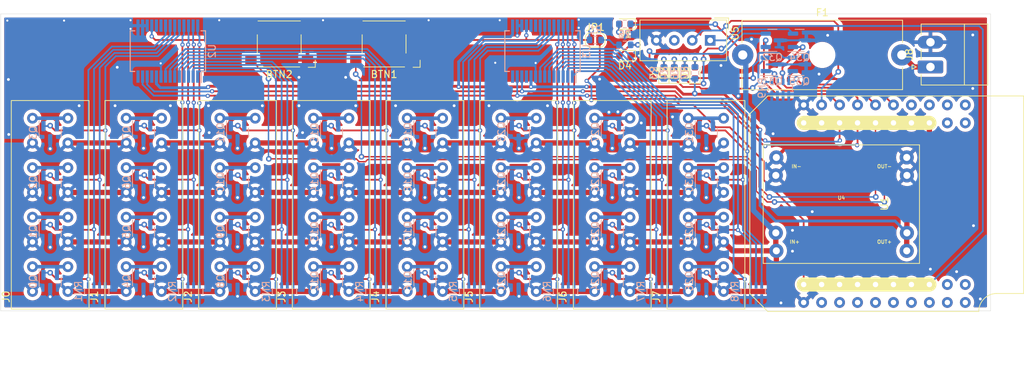
<source format=kicad_pcb>
(kicad_pcb (version 20210228) (generator pcbnew)
  (layers (0 "F.Cu" signal) (31 "B.Cu" signal) (34 "B.Paste" user) (35 "F.Paste" user) (36 "B.SilkS" user "B.Silkscreen") (37 "F.SilkS" user "F.Silkscreen") (38 "B.Mask" user) (39 "F.Mask" user) (44 "Edge.Cuts" user))
  (net 0 "")
  (net 5 "Net-(F1-Pad2)")
  (net 21 "OUT0")
  (net 22 "OUT1")
  (net 24 "OUT2")
  (net 25 "OUT3")
  (net 26 "OUT7")
  (net 27 "OUT6")
  (net 28 "OUT5")
  (net 29 "SDA")
  (net 30 "SCL")
  (net 31 "+5V")
  (net 32 "OUT4")
  (net 33 "OUT11")
  (net 35 "OUT10")
  (net 36 "OUT9")
  (net 37 "OUT8")
  (net 38 "OUT15")
  (net 39 "OUT14")
  (net 40 "OUT13")
  (net 41 "OUT12")
  (net 42 "OUT19")
  (net 43 "OUT18")
  (net 48 "Net-(D1-Pad2)")
  (net 49 "Net-(D2-Pad2)")
  (net 50 "Net-(D2-Pad1)")
  (net 51 "Net-(D3-Pad2)")
  (net 52 "Net-(JP1-Pad2)")
  (net 55 "GND")
  (net 56 "RESET")
  (net 57 "OUT17")
  (net 58 "OUT16")
  (net 59 "OUT23")
  (net 60 "OUT22")
  (net 61 "OUT21")
  (net 62 "OUT20")
  (net 63 "OUT27")
  (net 64 "OUT26")
  (net 65 "+12V")
  (net 66 "OUT25")
  (net 67 "OUT24")
  (net 68 "OUT31")
  (net 69 "OUT30")
  (net 70 "OUT29")
  (net 71 "OUT28")
  (net 72 "GPIO0")
  (net 73 "GPIO1")
  (net 74 "GPIO2")
  (net 75 "GPIO3")
  (net 76 "GPIO4")
  (net 77 "GPIO5")
  (net 78 "GPIO6")
  (net 79 "GPIO7")
  (net 80 "GPIO8")
  (net 81 "GPIO9")
  (net 82 "GPIO10")
  (net 83 "GPIO11")
  (net 84 "GPIO12")
  (net 85 "GPIO13")
  (net 86 "GPIO14")
  (net 87 "GPIO15")
  (net 88 "GPIO16")
  (net 89 "GPIO17")
  (net 90 "GPIO18")
  (net 91 "GPIO19")
  (net 92 "GPIO20")
  (net 93 "GPIO21")
  (net 94 "GPIO22")
  (net 95 "GPIO23")
  (net 96 "GPIO24")
  (net 97 "GPIO25")
  (net 98 "GPIO26")
  (net 99 "GPIO27")
  (net 100 "GPIO28")
  (net 101 "GPIO29")
  (net 102 "GPIO30")
  (net 103 "GPIO31")
  (net 110 "Net-(D3-Pad1)")
  (net 111 "Net-(D4-Pad2)")
  (net 112 "DHT22")
  (net 114 "+3V3")
  (net 115 "Net-(D5-Pad2)")
  (net 116 "Net-(D5-Pad1)")
  (net 117 "Net-(D6-Pad2)")
  (net 118 "Net-(D6-Pad1)")
  (net 119 "LED1")
  (net 120 "LED2")
  (net 121 "LED3")
  (net 122 "LED4")
  (net 123 "BTN1")
  (net 124 "BTN2")
  (footprint "LED_SMD:LED_0603_1608Metric" (layer "F.Cu") (at 123.7996 51.3335 90)
    (fp_text reference "D2")
    (fp_text value "LED")
  )
  (footprint "Fuse:Fuseholder_Cylinder-5x20mm_Schurter_0031_8201_Horizontal_Open" (layer "F.Cu") (at 134.95 48.8)
    (fp_text reference "F1")
    (fp_text value "Fuse")
  )
  (footprint "bouni:SPTAF_1_8_3_5_EL" (layer "F.Cu") (at 76.75 70 90)
    (fp_text reference "J3")
    (fp_text value "Conn_01x08_Female")
  )
  (footprint "LED_SMD:LED_0603_1608Metric" (layer "F.Cu") (at 125.2728 51.3337 90)
    (fp_text reference "D3")
    (fp_text value "LED")
  )
  (footprint "bouni:D-SUN-MP1584EN" (layer "F.Cu") (at 148.9 69.9)
    (fp_text reference "U4")
    (fp_text value "D-SUN-MP1584EN")
  )
  (footprint "bouni:SPTAF_1_8_3_5_EL" (layer "F.Cu") (at 50.25 70 90)
    (fp_text reference "J1")
    (fp_text value "Conn_01x08_Female")
  )
  (footprint "LED_SMD:LED_0603_1608Metric" (layer "F.Cu") (at 118.2877 44.4246 180)
    (fp_text reference "D1")
    (fp_text value "LED")
  )
  (footprint "bouni:SPTAF_1_8_3_5_EL" (layer "F.Cu") (at 129.75 70 90)
    (fp_text reference "J7")
    (fp_text value "Conn_01x08_Female")
  )
  (footprint "LED_SMD:LED_0603_1608Metric" (layer "F.Cu") (at 118.2877 48.895 180)
    (fp_text reference "D4")
    (fp_text value "LED")
  )
  (footprint "LED_SMD:LED_0603_1608Metric" (layer "F.Cu") (at 126.746 51.3337 90)
    (fp_text reference "D5")
    (fp_text value "LED")
  )
  (footprint "bouni:SPTAF_1_8_3_5_EL" (layer "F.Cu") (at 103.25 70 90)
    (fp_text reference "J5")
    (fp_text value "Conn_01x08_Female")
  )
  (footprint "LED_SMD:LED_0603_1608Metric" (layer "F.Cu") (at 128.1938 51.3335 90)
    (fp_text reference "D6")
    (fp_text value "LED")
  )
  (footprint "Sensor:Aosong_DHT11_5.5x12.0_P2.54mm" (layer "F.Cu") (at 130.3528 46.736 -90)
    (fp_text reference "U5")
    (fp_text value "DHT22")
  )
  (footprint "bouni:MH-ET LIVE MiniKit" (layer "F.Cu") (at 155 69.84 90)
    (fp_text reference "U1")
    (fp_text value "mh-et-live-minikit")
  )
  (footprint "Button_Switch_SMD:SW_SPST_Omron_B3FS-101xP" (layer "F.Cu") (at 69.3928 47.244 180)
    (fp_text reference "BTN2")
    (fp_text value "SW_Push_Open")
  )
  (footprint "Button_Switch_SMD:SW_SPST_Omron_B3FS-101xP" (layer "F.Cu") (at 84.2264 47.244 180)
    (fp_text reference "BTN1")
    (fp_text value "SW_Push_Open")
  )
  (footprint "bouni:SPTAF_1_8_3_5_EL" (layer "F.Cu") (at 63.5 70 90)
    (fp_text reference "J2")
    (fp_text value "Conn_01x08_Female")
  )
  (footprint "Connector_Phoenix_MC:PhoenixContact_MC_1,5_2-G-3.5_1x02_P3.50mm_Horizontal" (layer "F.Cu") (at 161.5 50.5 90)
    (fp_text reference "J8")
    (fp_text value "Conn_01x02_Female")
  )
  (footprint "bouni:SPTAF_1_8_3_5_EL" (layer "F.Cu") (at 116.5 70 90)
    (fp_text reference "J6")
    (fp_text value "Conn_01x08_Female")
  )
  (footprint "Jumper:SolderJumper-2_P1.3mm_Open_RoundedPad1.0x1.5mm" (layer "F.Cu") (at 114.0828 46.6852)
    (fp_text reference "JP1")
    (fp_text value "Jumper_2_Open")
  )
  (footprint "bouni:SPTAF_1_8_3_5_EL" (layer "F.Cu") (at 37 70 90)
    (fp_text reference "J0")
    (fp_text value "Conn_01x08_Female" hide)
  )
  (footprint "bouni:SPTAF_1_8_3_5_EL" (layer "F.Cu") (at 90 70 90)
    (fp_text reference "J4")
    (fp_text value "Conn_01x08_Female")
  )
  (footprint "Resistor_SMD:R_0603_1608Metric" (layer "B.Cu") (at 126.746 51.3456 -90)
    (fp_text reference "R6")
    (fp_text value "R")
  )
  (footprint "Package_TO_SOT_SMD:SOT-23" (layer "B.Cu") (at 129.8 73.8 -90)
    (fp_text reference "Q29")
    (fp_text value "IRLML0030")
  )
  (footprint "Package_TO_SOT_SMD:SOT-23" (layer "B.Cu") (at 50.2 59.8 -90)
    (fp_text reference "Q7")
    (fp_text value "IRLML0030")
  )
  (footprint "Package_TO_SOT_SMD:SOT-23" (layer "B.Cu") (at 76.8 73.8 -90)
    (fp_text reference "Q13")
    (fp_text value "IRLML0030")
  )
  (footprint "Resistor_SMD:R_0603_1608Metric" (layer "B.Cu") (at 128.1938 51.3334 -90)
    (fp_text reference "R7")
    (fp_text value "R")
  )
  (footprint "Package_TO_SOT_SMD:SOT-23" (layer "B.Cu") (at 76.8 80.8 -90)
    (fp_text reference "Q12")
    (fp_text value "IRLML0030")
  )
  (footprint "Resistor_SMD:R_0603_1608Metric" (layer "B.Cu") (at 123.7996 51.3456 -90)
    (fp_text reference "R3")
    (fp_text value "R")
  )
  (footprint "Resistor_SMD:R_Array_Concave_4x0603" (layer "B.Cu") (at 109.8864 82.2452 -90)
    (fp_text reference "RN6")
    (fp_text value "10k")
  )
  (footprint "Resistor_SMD:R_0603_1608Metric" (layer "B.Cu") (at 118.2746 47.371 180)
    (fp_text reference "R5")
    (fp_text value "R")
  )
  (footprint "Resistor_SMD:R_Array_Concave_4x0603" (layer "B.Cu") (at 140.2588 53.467 -90)
    (fp_text reference "RN9")
    (fp_text value "10k")
  )
  (footprint "Resistor_SMD:R_Array_Concave_4x0603" (layer "B.Cu") (at 83.3492 82.2452 -90)
    (fp_text reference "RN4")
    (fp_text value "10k")
  )
  (footprint "Package_TO_SOT_SMD:SOT-23" (layer "B.Cu") (at 90 59.8 -90)
    (fp_text reference "Q19")
    (fp_text value "IRLML0030")
  )
  (footprint "Package_TO_SOT_SMD:SOT-23" (layer "B.Cu") (at 103.25 66.75 -90)
    (fp_text reference "Q22")
    (fp_text value "IRLML0030")
  )
  (footprint "Package_TO_SOT_SMD:SOT-23" (layer "B.Cu") (at 50.2 66.8 -90)
    (fp_text reference "Q6")
    (fp_text value "IRLML0030")
  )
  (footprint "Package_TO_SOT_SMD:SOT-23" (layer "B.Cu") (at 50.2 80.8 -90)
    (fp_text reference "Q4")
    (fp_text value "IRLML0030")
  )
  (footprint "Package_TO_SOT_SMD:SOT-23" (layer "B.Cu") (at 103.25 73.75 -90)
    (fp_text reference "Q21")
    (fp_text value "IRLML0030")
  )
  (footprint "Resistor_SMD:R_0603_1608Metric" (layer "B.Cu") (at 114.0968 46.6852 180)
    (fp_text reference "R1")
    (fp_text value "10K")
  )
  (footprint "Resistor_SMD:R_0603_1608Metric" (layer "B.Cu") (at 118.2624 44.4246)
    (fp_text reference "R2")
    (fp_text value "R")
  )
  (footprint "Package_TO_SOT_SMD:SOT-23" (layer "B.Cu") (at 63.5 73.8 -90)
    (fp_text reference "Q9")
    (fp_text value "IRLML0030")
  )
  (footprint "Package_TO_SOT_SMD:SOT-23" (layer "B.Cu") (at 129.8 59.8 -90)
    (fp_text reference "Q31")
    (fp_text value "IRLML0030")
  )
  (footprint "Package_TO_SOT_SMD:SOT-23" (layer "B.Cu") (at 37 66.8 -90)
    (fp_text reference "Q2")
    (fp_text value "IRLML0030" hide)
  )
  (footprint "Package_TO_SOT_SMD:SOT-23" (layer "B.Cu") (at 139.1412 46.736)
    (fp_text reference "Q32")
    (fp_text value "IRLML0030")
  )
  (footprint "Package_TO_SOT_SMD:SOT-23" (layer "B.Cu") (at 37 73.8 -90)
    (fp_text reference "Q1")
    (fp_text value "IRLML0030" hide)
  )
  (footprint "Package_TO_SOT_SMD:SOT-23" (layer "B.Cu") (at 37 80.8459 -90)
    (fp_text reference "Q0")
    (fp_text value "IRLML0030" hide)
  )
  (footprint "Resistor_SMD:R_Array_Concave_4x0603" (layer "B.Cu") (at 136.4352 82.2452 -90)
    (fp_text reference "RN8")
    (fp_text value "10k")
  )
  (footprint "Resistor_SMD:R_0603_1608Metric" (layer "B.Cu") (at 125.2728 51.3456 -90)
    (fp_text reference "R4")
    (fp_text value "R")
  )
  (footprint "Package_TO_SOT_SMD:SOT-23" (layer "B.Cu") (at 103.25 59.7 -90)
    (fp_text reference "Q23")
    (fp_text value "IRLML0030")
  )
  (footprint "Package_TO_SOT_SMD:SOT-23" (layer "B.Cu") (at 129.8 66.8 -90)
    (fp_text reference "Q30")
    (fp_text value "IRLML0030")
  )
  (footprint "Package_TO_SOT_SMD:SOT-23" (layer "B.Cu") (at 90 73.75 -90)
    (fp_text reference "Q17")
    (fp_text value "IRLML0030")
  )
  (footprint "Package_TO_SOT_SMD:SOT-23" (layer "B.Cu") (at 116.5 59.75 -90)
    (fp_text reference "Q27")
    (fp_text value "IRLML0030")
  )
  (footprint "Package_TO_SOT_SMD:SOT-23" (layer "B.Cu") (at 63.5 80.8 -90)
    (fp_text reference "Q8")
    (fp_text value "IRLML0030")
  )
  (footprint "Package_TO_SOT_SMD:SOT-23" (layer "B.Cu") (at 63.5 59.8 -90)
    (fp_text reference "Q11")
    (fp_text value "IRLML0030")
  )
  (footprint "Package_TO_SOT_SMD:SOT-23" (layer "B.Cu") (at 76.8 59.85 -90)
    (fp_text reference "Q15")
    (fp_text value "IRLML0030")
  )
  (footprint "Package_TO_SOT_SMD:SOT-23" (layer "B.Cu") (at 103.25 80.8 -90)
    (fp_text reference "Q20")
    (fp_text value "IRLML0030")
  )
  (footprint "Package_SO:SSOP-28_5.3x10.2mm_P0.65mm" (layer "B.Cu") (at 106.6292 48.26 90)
    (fp_text reference "U3")
    (fp_text value "MCP23017_SO")
  )
  (footprint "Resistor_SMD:R_Array_Concave_4x0603" (layer "B.Cu") (at 70.1412 82.2452 -90)
    (fp_text reference "RN3")
    (fp_text value "10k")
  )
  (footprint "Package_TO_SOT_SMD:SOT-23" (layer "B.Cu") (at 116.5 66.75 -90)
    (fp_text reference "Q26")
    (fp_text value "IRLML0030")
  )
  (footprint "Package_TO_SOT_SMD:SOT-23" (layer "B.Cu") (at 143.002 46.736)
    (fp_text reference "Q34")
    (fp_text value "IRLML0030")
  )
  (footprint "Resistor_SMD:R_Array_Concave_4x0603" (layer "B.Cu") (at 43.5864 82.2452 -90)
    (fp_text reference "RN1")
    (fp_text value "10k")
  )
  (footprint "Package_TO_SOT_SMD:SOT-23" (layer "B.Cu") (at 116.5 73.8 -90)
    (fp_text reference "Q25")
    (fp_text value "IRLML0030")
  )
  (footprint "Resistor_SMD:R_Array_Concave_4x0603" (layer "B.Cu") (at 96.608 82.2452 -90)
    (fp_text reference "RN5")
    (fp_text value "10k")
  )
  (footprint "Package_TO_SOT_SMD:SOT-23" (layer "B.Cu") (at 50.2 73.8 -90)
    (fp_text reference "Q5")
    (fp_text value "IRLML0030")
  )
  (footprint "Package_TO_SOT_SMD:SOT-23" (layer "B.Cu") (at 63.5 66.8 -90)
    (fp_text reference "Q10")
    (fp_text value "IRLML0030")
  )
  (footprint "Package_SO:SSOP-28_5.3x10.2mm_P0.65mm" (layer "B.Cu") (at 53.6448 48.26 90)
    (fp_text reference "U2")
    (fp_text value "MCP23017_SO")
  )
  (footprint "Package_TO_SOT_SMD:SOT-23" (layer "B.Cu") (at 37 59.8 -90)
    (fp_text reference "Q3")
    (fp_text value "IRLML0030" hide)
  )
  (footprint "Package_TO_SOT_SMD:SOT-23" (layer "B.Cu") (at 116.5 80.8 -90)
    (fp_text reference "Q24")
    (fp_text value "IRLML0030")
  )
  (footprint "Package_TO_SOT_SMD:SOT-23" (layer "B.Cu") (at 90 80.8 -90)
    (fp_text reference "Q16")
    (fp_text value "IRLML0030")
  )
  (footprint "Package_TO_SOT_SMD:SOT-23" (layer "B.Cu") (at 76.8 66.8 -90)
    (fp_text reference "Q14")
    (fp_text value "IRLML0030")
  )
  (footprint "Package_TO_SOT_SMD:SOT-23" (layer "B.Cu") (at 129.8 80.8 -90)
    (fp_text reference "Q28")
    (fp_text value "IRLML0030")
  )
  (footprint "Resistor_SMD:R_Array_Concave_4x0603" (layer "B.Cu") (at 56.8864 82.2452 -90)
    (fp_text reference "RN2")
    (fp_text value "10k")
  )
  (footprint "Resistor_SMD:R_Array_Concave_4x0603" (layer "B.Cu") (at 123.1256 82.2452 -90)
    (fp_text reference "RN7")
    (fp_text value "10k")
  )
  (footprint "Package_TO_SOT_SMD:SOT-23" (layer "B.Cu") (at 90 66.8 -90)
    (fp_text reference "Q18")
    (fp_text value "IRLML0030")
  )
  (footprint "Package_TO_SOT_SMD:SOT-23" (layer "B.Cu") (at 139.1412 50.1396)
    (fp_text reference "Q33")
    (fp_text value "IRLML0030")
  )
  (footprint "Package_TO_SOT_SMD:SOT-23" (layer "B.Cu") (at 142.9766 50.1396)
    (fp_text reference "Q35")
    (fp_text value "IRLML0030")
  )
  (gr_line (start 170 85) (end 30 85) (layer "Edge.Cuts") (width 0.05))
  (gr_line (start 30 85) (end 30 43) (layer "Edge.Cuts") (width 0.05))
  (gr_line (start 170 43) (end 170 85) (layer "Edge.Cuts") (width 0.05))
  (gr_line (start 30 43) (end 170 43) (layer "Edge.Cuts") (width 0.05))
  (segment (start 161.5 50.5) (end 159.15 50.5) (width 0.75) (layer "F.Cu") (net 5))
  (segment (start 159.15 50.5) (end 157.45 48.8) (width 0.75) (layer "F.Cu") (net 5))
  (segment (start 37.95 79.05) (end 38.25 78.75) (width 0.5) (layer "B.Cu") (net 21))
  (segment (start 37.95 79.8625) (end 37.95 79.05) (width 0.5) (layer "B.Cu") (net 21))
  (segment (start 34.5 78.75) (end 36.15 78.75) (width 0.5) (layer "B.Cu") (net 21))
  (segment (start 36.15 78.75) (end 38.25 78.75) (width 0.5) (layer "B.Cu") (net 21))
  (segment (start 38.25 78.75) (end 39.5 78.75) (width 0.5) (layer "B.Cu") (net 21))
  (segment (start 37.95 71.95) (end 38.15 71.75) (width 0.5) (layer "B.Cu") (net 22))
  (segment (start 38.15 71.75) (end 39.5 71.75) (width 0.5) (layer "B.Cu") (net 22))
  (segment (start 37.95 72.8625) (end 37.95 71.95) (width 0.5) (layer "B.Cu") (net 22))
  (segment (start 34.5 71.75) (end 38.15 71.75) (width 0.5) (layer "B.Cu") (net 22))
  (segment (start 34.5 64.75) (end 38.05 64.75) (width 0.5) (layer "B.Cu") (net 24))
  (segment (start 37.95 64.85) (end 38.05 64.75) (width 0.5) (layer "B.Cu") (net 24))
  (segment (start 37.95 65.8625) (end 37.95 64.85) (width 0.5) (layer "B.Cu") (net 24))
  (segment (start 38.05 64.75) (end 39.5 64.75) (width 0.5) (layer "B.Cu") (net 24))
  (segment (start 37.95 58.8625) (end 37.95 57.75) (width 0.5) (layer "B.Cu") (net 25))
  (segment (start 34.5 57.75) (end 37.95 57.75) (width 0.5) (layer "B.Cu") (net 25))
  (segment (start 37.95 57.75) (end 39.5 57.75) (width 0.5) (layer "B.Cu") (net 25))
  (segment (start 49.35 57.75) (end 51.45 57.75) (width 0.5) (layer "B.Cu") (net 26))
  (segment (start 47.7 57.75) (end 49.35 57.75) (width 0.5) (layer "B.Cu") (net 26))
  (segment (start 51.45 57.75) (end 52.7 57.75) (width 0.5) (layer "B.Cu") (net 26))
  (segment (start 51.15 58.8625) (end 51.15 58.05) (width 0.5) (layer "B.Cu") (net 26))
  (segment (start 51.15 58.05) (end 51.45 57.75) (width 0.5) (layer "B.Cu") (net 26))
  (segment (start 51.15 65.05) (end 51.45 64.75) (width 0.5) (layer "B.Cu") (net 27))
  (segment (start 49.35 64.75) (end 51.45 64.75) (width 0.5) (layer "B.Cu") (net 27))
  (segment (start 47.7 64.75) (end 49.35 64.75) (width 0.5) (layer "B.Cu") (net 27))
  (segment (start 51.45 64.75) (end 52.7 64.75) (width 0.5) (layer "B.Cu") (net 27))
  (segment (start 51.15 65.8625) (end 51.15 65.05) (width 0.5) (layer "B.Cu") (net 27))
  (segment (start 51.15 72.8625) (end 51.15 72.05) (width 0.5) (layer "B.Cu") (net 28))
  (segment (start 49.35 71.75) (end 51.45 71.75) (width 0.5) (layer "B.Cu") (net 28))
  (segment (start 47.7 71.75) (end 49.35 71.75) (width 0.5) (layer "B.Cu") (net 28))
  (segment (start 51.15 72.05) (end 51.45 71.75) (width 0.5) (layer "B.Cu") (net 28))
  (segment (start 51.45 71.75) (end 52.7 71.75) (width 0.5) (layer "B.Cu") (net 28))
  (segment (start 59.313411 54.5592) (end 103.073189 54.5592) (width 0.25) (layer "F.Cu") (net 29))
  (segment (start 151.19 61.5096) (end 151.19 58.41) (width 0.25) (layer "F.Cu") (net 29))
  (segment (start 59.2836 54.589011) (end 59.313411 54.5592) (width 0.25) (layer "F.Cu") (net 29))
  (segment (start 138.125137 61.693802) (end 138.001045 61.693802) (width 0.25) (layer "F.Cu") (net 29))
  (segment (start 126.239778 55.43048) (end 125.368498 54.5592) (width 0.25) (layer "F.Cu") (net 29))
  (segment (start 103.073189 54.5592) (end 103.0732 54.559189) (width 0.25) (layer "F.Cu") (net 29))
  (segment (start 151.13 61.5696) (end 151.19 61.5096) (width 0.25) (layer "F.Cu") (net 29))
  (segment (start 138.001045 61.693802) (end 131.737723 55.43048) (width 0.25) (layer "F.Cu") (net 29))
  (segment (start 131.737723 55.43048) (end 126.239778 55.43048) (width 0.25) (layer "F.Cu") (net 29))
  (segment (start 125.368498 54.5592) (end 112.9284 54.5592) (width 0.25) (layer "F.Cu") (net 29))
  (via (at 151.13 61.5696) (size 0.6) (drill 0.3) (layers "F.Cu" "B.Cu") (net 29))
  (via (at 138.125137 61.693802) (size 0.6) (drill 0.3) (layers "F.Cu" "B.Cu") (net 29))
  (via (at 59.2836 54.589011) (size 0.6) (drill 0.3) (layers "F.Cu" "B.Cu") (net 29))
  (via (at 112.9284 54.5592) (size 0.6) (drill 0.3) (layers "F.Cu" "B.Cu") (net 29))
  (via (at 103.0732 54.559189) (size 0.6) (drill 0.3) (layers "F.Cu" "B.Cu") (net 29))
  (segment (start 103.073211 54.5592) (end 112.9284 54.5592) (width 0.25) (layer "B.Cu") (net 29))
  (segment (start 103.0732 54.559189) (end 103.0542 54.540189) (width 0.25) (layer "B.Cu") (net 29))
  (segment (start 59.2836 54.589011) (end 59.253789 54.5592) (width 0.25) (layer "B.Cu") (net 29))
  (segment (start 138.125137 61.693802) (end 138.300139 61.5188) (width 0.25) (layer "B.Cu") (net 29))
  (segment (start 138.300139 61.5188) (end 151.0792 61.5188) (width 0.25) (layer "B.Cu") (net 29))
  (segment (start 103.0732 54.559189) (end 103.073211 54.5592) (width 0.25) (layer "B.Cu") (net 29))
  (segment (start 59.253789 54.5592) (end 51.644 54.5592) (width 0.25) (layer "B.Cu") (net 29))
  (segment (start 51.644 54.5592) (end 50.0698 52.985) (width 0.25) (layer "B.Cu") (net 29))
  (segment (start 151.0792 61.5188) (end 151.13 61.5696) (width 0.25) (layer "B.Cu") (net 29))
  (segment (start 103.0542 54.540189) (end 103.0542 51.86) (width 0.25) (layer "B.Cu") (net 29))
  (segment (start 50.0698 52.985) (end 50.0698 51.86) (width 0.25) (layer "B.Cu") (net 29))
  (segment (start 125.379705 53.934689) (end 112.333711 53.934689) (width 0.25) (layer "F.Cu") (net 30))
  (segment (start 148.65 60.8527) (end 148.65 58.41) (width 0.25) (layer "F.Cu") (net 30))
  (segment (start 126.425976 54.98096) (end 125.379705 53.934689) (width 0.25) (layer "F.Cu") (net 30))
  (segment (start 131.92392 54.98096) (end 126.425976 54.98096) (width 0.25) (layer "F.Cu") (net 30))
  (segment (start 137.83726 60.8943) (end 131.92392 54.98096) (width 0.25) (layer "F.Cu") (net 30))
  (segment (start 59.893211 53.934689) (end 103.7336 53.934689) (width 0.25) (layer "F.Cu") (net 30))
  (segment (start 138.12582 60.8943) (end 137.83726 60.8943) (width 0.25) (layer "F.Cu") (net 30))
  (segment (start 148.6916 60.8943) (end 148.65 60.8527) (width 0.25) (layer "F.Cu") (net 30))
  (segment (start 59.8932 53.9347) (end 59.893211 53.934689) (width 0.25) (layer "F.Cu") (net 30))
  (via (at 103.7336 53.934689) (size 0.6) (drill 0.3) (layers "F.Cu" "B.Cu") (net 30))
  (via (at 112.333711 53.934689) (size 0.6) (drill 0.3) (layers "F.Cu" "B.Cu") (net 30))
  (via (at 59.8932 53.9347) (size 0.6) (drill 0.3) (layers "F.Cu" "B.Cu") (net 30))
  (via (at 138.12582 60.8943) (size 0.6) (drill 0.3) (layers "F.Cu" "B.Cu") (net 30))
  (via (at 148.6916 60.8943) (size 0.6) (drill 0.3) (layers "F.Cu" "B.Cu") (net 30))
  (segment (start 103.7336 53.934689) (end 103.7336 51.8894) (width 0.25) (layer "B.Cu") (net 30))
  (segment (start 59.8932 53.9347) (end 59.863389 53.964511) (width 0.25) (layer "B.Cu") (net 30))
  (segment (start 51.699311 53.964511) (end 50.7198 52.985) (width 0.25) (layer "B.Cu") (net 30))
  (segment (start 103.7336 53.934689) (end 112.333711 53.934689) (width 0.25) (layer "B.Cu") (net 30))
  (segment (start 103.7336 51.8894) (end 103.7042 51.86) (width 0.25) (layer "B.Cu") (net 30))
  (segment (start 59.863389 53.964511) (end 51.699311 53.964511) (width 0.25) (layer "B.Cu") (net 30))
  (segment (start 50.7198 52.985) (end 50.7198 51.86) (width 0.25) (layer "B.Cu") (net 30))
  (segment (start 148.51662 61.06928) (end 148.6916 60.8943) (width 0.25) (layer "B.Cu") (net 30))
  (segment (start 138.3008 61.06928) (end 148.51662 61.06928) (width 0.25) (layer "B.Cu") (net 30))
  (segment (start 138.12582 60.8943) (end 138.3008 61.06928) (width 0.25) (layer "B.Cu") (net 30))
  (segment (start 126.5428 54.356) (end 125.496989 53.310189) (width 0.4) (layer "F.Cu") (net 31))
  (segment (start 158.1456 73.9894) (end 158.171 73.964) (width 0.75) (layer "F.Cu") (net 31))
  (segment (start 59.3344 53.340011) (end 59.439222 53.235189) (width 0.4) (layer "F.Cu") (net 31))
  (segment (start 59.439222 53.235189) (end 94.696811 53.235189) (width 0.4) (layer "F.Cu") (net 31))
  (segment (start 158.171 73.964) (end 158.171 68.829) (width 0.75) (layer "F.Cu") (net 31))
  (segment (start 125.496989 53.310189) (end 112.856611 53.310189) (width 0.4) (layer "F.Cu") (net 31))
  (segment (start 137.411448 59.387752) (end 132.379696 54.356) (width 0.4) (layer "F.Cu") (net 31))
  (segment (start 158.171 68.829) (end 161.4 65.6) (width 0.75) (layer "F.Cu") (net 31))
  (segment (start 161.35 65.55) (end 161.35 58.41) (width 0.75) (layer "F.Cu") (net 31))
  (segment (start 161.4 65.6) (end 161.35 65.55) (width 0.75) (layer "F.Cu") (net 31))
  (segment (start 94.696811 53.235189) (end 94.771811 53.310189) (width 0.4) (layer "F.Cu") (net 31))
  (segment (start 132.379696 54.356) (end 126.5428 54.356) (width 0.4) (layer "F.Cu") (net 31))
  (segment (start 105.0036 53.310189) (end 94.771811 53.310189) (width 0.4) (layer "F.Cu") (net 31))
  (segment (start 158.1456 76.504) (end 158.1456 73.9894) (width 0.75) (layer "F.Cu") (net 31))
  (via (at 105.0036 53.310189) (size 0.6) (drill 0.3) (layers "F.Cu" "B.Cu") (net 31))
  (via (at 128.1684 54.2544) (size 0.8) (drill 0.4) (layers "F.Cu" "B.Cu") (net 31))
  (via (at 112.856611 53.310189) (size 0.6) (drill 0.3) (layers "F.Cu" "B.Cu") (net 31))
  (via (at 94.771811 53.310189) (size 0.6) (drill 0.3) (layers "F.Cu" "B.Cu") (net 31))
  (via (at 59.3344 53.340011) (size 0.6) (drill 0.3) (layers "F.Cu" "B.Cu") (net 31))
  (via (at 137.411448 59.387752) (size 0.6) (drill 0.3) (layers "F.Cu" "B.Cu") (net 31))
  (segment (start 52.0198 52.8834) (end 52.0198 51.86) (width 0.4) (layer "B.Cu") (net 31))
  (segment (start 126.746 52.1706) (end 125.2728 52.1706) (width 0.25) (layer "B.Cu") (net 31))
  (segment (start 128.1684 54.2544) (end 128.1684 52.1838) (width 0.25) (layer "B.Cu") (net 31))
  (segment (start 94.771811 49.777436) (end 94.771811 53.310189) (width 0.4) (layer "B.Cu") (net 31))
  (segment (start 102.4042 44.66) (end 102.4042 45.9318) (width 0.4) (layer "B.Cu") (net 31))
  (segment (start 105.0036 51.8606) (end 105.0042 51.86) (width 0.4) (layer "B.Cu") (net 31))
  (segment (start 137.411448 70.101448) (end 139.5984 72.2884) (width 0.4) (layer "B.Cu") (net 31))
  (segment (start 128.1816 52.1706) (end 128.1938 52.1584) (width 0.25) (layer "B.Cu") (net 31))
  (segment (start 139.5984 72.2884) (end 156.4954 72.2884) (width 0.4) (layer "B.Cu") (net 31))
  (segment (start 137.411448 59.387752) (end 137.411448 70.101448) (width 0.4) (layer "B.Cu") (net 31))
  (segment (start 117.4496 47.371) (end 122.2492 52.1706) (width 0.25) (layer "B.Cu") (net 31))
  (segment (start 123.7996 52.1706) (end 125.2728 52.1706) (width 0.25) (layer "B.Cu") (net 31))
  (segment (start 126.746 52.1706) (end 128.1816 52.1706) (width 0.25) (layer "B.Cu") (net 31))
  (segment (start 59.3344 53.340011) (end 59.23442 53.439991) (width 0.4) (layer "B.Cu") (net 31))
  (segment (start 102.4042 45.9318) (end 102.108 46.228) (width 0.4) (layer "B.Cu") (net 31))
  (segment (start 117.4496 47.371) (end 116.7638 47.371) (width 0.25) (layer "B.Cu") (net 31))
  (segment (start 116.078 46.6852) (end 114.9218 46.6852) (width 0.25) (layer "B.Cu") (net 31))
  (segment (start 102.108 46.228) (end 98.321247 46.228) (width 0.4) (layer "B.Cu") (net 31))
  (segment (start 59.23442 53.439991) (end 52.576391 53.439991) (width 0.4) (layer "B.Cu") (net 31))
  (segment (start 156.4954 72.2884) (end 158.171 73.964) (width 0.4) (layer "B.Cu") (net 31))
  (segment (start 105.0036 53.310189) (end 105.0036 51.8606) (width 0.4) (layer "B.Cu") (net 31))
  (segment (start 105.0036 53.310189) (end 112.856611 53.310189) (width 0.4) (layer "B.Cu") (net 31))
  (segment (start 116.7638 47.371) (end 116.078 46.6852) (width 0.25) (layer "B.Cu") (net 31))
  (segment (start 98.321247 46.228) (end 94.771811 49.777436) (width 0.4) (layer "B.Cu") (net 31))
  (segment (start 122.2492 52.1706) (end 123.7996 52.1706) (width 0.25) (layer "B.Cu") (net 31))
  (segment (start 52.576391 53.439991) (end 52.0198 52.8834) (width 0.4) (layer "B.Cu") (net 31))
  (segment (start 128.1684 52.1838) (end 128.1938 52.1584) (width 0.25) (layer "B.Cu") (net 31))
  (segment (start 51.45 78.75) (end 52.7 78.75) (width 0.5) (layer "B.Cu") (net 32))
  (segment (start 51.15 79.8625) (end 51.15 79.05) (width 0.5) (layer "B.Cu") (net 32))
  (segment (start 49.35 78.75) (end 51.45 78.75) (width 0.5) (layer "B.Cu") (net 32))
  (segment (start 47.7 78.75) (end 49.35 78.75) (width 0.5) (layer "B.Cu") (net 32))
  (segment (start 51.15 79.05) (end 51.45 78.75) (width 0.5) (layer "B.Cu") (net 32))
  (segment (start 64.75 57.75) (end 66 57.75) (width 0.5) (layer "B.Cu") (net 33))
  (segment (start 61 57.75) (end 62.65 57.75) (width 0.5) (layer "B.Cu") (net 33))
  (segment (start 64.45 58.8625) (end 64.45 58.05) (width 0.5) (layer "B.Cu") (net 33))
  (segment (start 62.65 57.75) (end 64.75 57.75) (width 0.5) (layer "B.Cu") (net 33))
  (segment (start 64.45 58.05) (end 64.75 57.75) (width 0.5) (layer "B.Cu") (net 33))
  (segment (start 62.65 64.75) (end 64.75 64.75) (width 0.5) (layer "B.Cu") (net 35))
  (segment (start 64.75 64.75) (end 66 64.75) (width 0.5) (layer "B.Cu") (net 35))
  (segment (start 61 64.75) (end 62.65 64.75) (width 0.5) (layer "B.Cu") (net 35))
  (segment (start 64.45 65.8625) (end 64.45 65.05) (width 0.5) (layer "B.Cu") (net 35))
  (segment (start 64.45 65.05) (end 64.75 64.75) (width 0.5) (layer "B.Cu") (net 35))
  (segment (start 64.45 72.8625) (end 64.45 72.05) (width 0.5) (layer "B.Cu") (net 36))
  (segment (start 61 71.75) (end 62.65 71.75) (width 0.5) (layer "B.Cu") (net 36))
  (segment (start 64.45 72.05) (end 64.75 71.75) (width 0.5) (layer "B.Cu") (net 36))
  (segment (start 64.75 71.75) (end 66 71.75) (width 0.5) (layer "B.Cu") (net 36))
  (segment (start 62.65 71.75) (end 64.75 71.75) (width 0.5) (layer "B.Cu") (net 36))
  (segment (start 62.65 78.75) (end 64.75 78.75) (width 0.5) (layer "B.Cu") (net 37))
  (segment (start 61 78.75) (end 62.65 78.75) (width 0.5) (layer "B.Cu") (net 37))
  (segment (start 64.75 78.75) (end 66 78.75) (width 0.5) (layer "B.Cu") (net 37))
  (segment (start 64.45 79.8625) (end 64.45 79.05) (width 0.5) (layer "B.Cu") (net 37))
  (segment (start 64.45 79.05) (end 64.75 78.75) (width 0.5) (layer "B.Cu") (net 37))
  (segment (start 77.65 58.05) (end 77.95 57.75) (width 0.5) (layer "B.Cu") (net 38))
  (segment (start 75.85 57.75) (end 77.95 57.75) (width 0.5) (layer "B.Cu") (net 38))
  (segment (start 77.65 58.8625) (end 77.65 58.05) (width 0.5) (layer "B.Cu") (net 38))
  (segment (start 77.95 57.75) (end 79.2 57.75) (width 0.5) (layer "B.Cu") (net 38))
  (segment (start 74.2 57.75) (end 75.85 57.75) (width 0.5) (layer "B.Cu") (net 38))
  (segment (start 75.85 64.75) (end 77.95 64.75) (width 0.5) (layer "B.Cu") (net 39))
  (segment (start 74.2 64.75) (end 75.85 64.75) (width 0.5) (layer "B.Cu") (net 39))
  (segment (start 77.65 65.8625) (end 77.65 65.05) (width 0.5) (layer "B.Cu") (net 39))
  (segment (start 77.65 65.05) (end 77.95 64.75) (width 0.5) (layer "B.Cu") (net 39))
  (segment (start 77.95 64.75) (end 79.2 64.75) (width 0.5) (layer "B.Cu") (net 39))
  (segment (start 77.65 72.8625) (end 77.65 72.05) (width 0.5) (layer "B.Cu") (net 40))
  (segment (start 74.2 71.75) (end 75.85 71.75) (width 0.5) (layer "B.Cu") (net 40))
  (segment (start 77.95 71.75) (end 79.2 71.75) (width 0.5) (layer "B.Cu") (net 40))
  (segment (start 77.65 72.05) (end 77.95 71.75) (width 0.5) (layer "B.Cu") (net 40))
  (segment (start 75.85 71.75) (end 77.95 71.75) (width 0.5) (layer "B.Cu") (net 40))
  (segment (start 74.2 78.75) (end 75.85 78.75) (width 0.5) (layer "B.Cu") (net 41))
  (segment (start 77.95 78.75) (end 79.2 78.75) (width 0.5) (layer "B.Cu") (net 41))
  (segment (start 77.65 79.8625) (end 77.65 79.05) (width 0.5) (layer "B.Cu") (net 41))
  (segment (start 77.65 79.05) (end 77.95 78.75) (width 0.5) (layer "B.Cu") (net 41))
  (segment (start 75.85 78.75) (end 77.95 78.75) (width 0.5) (layer "B.Cu") (net 41))
  (segment (start 89.15 57.75) (end 91.25 57.75) (width 0.5) (layer "B.Cu") (net 42))
  (segment (start 91.25 57.75) (end 92.5 57.75) (width 0.5) (layer "B.Cu") (net 42))
  (segment (start 87.5 57.75) (end 89.15 57.75) (width 0.5) (layer "B.Cu") (net 42))
  (segment (start 90.95 58.8625) (end 90.95 58.05) (width 0.5) (layer "B.Cu") (net 42))
  (segment (start 90.95 58.05) (end 91.25 57.75) (width 0.5) (layer "B.Cu") (net 42))
  (segment (start 90.95 65.8625) (end 90.95 65.05) (width 0.5) (layer "B.Cu") (net 43))
  (segment (start 91.25 64.75) (end 92.5 64.75) (width 0.5) (layer "B.Cu") (net 43))
  (segment (start 90.95 65.05) (end 91.25 64.75) (width 0.5) (layer "B.Cu") (net 43))
  (segment (start 87.5 64.75) (end 89.15 64.75) (width 0.5) (layer "B.Cu") (net 43))
  (segment (start 89.15 64.75) (end 91.25 64.75) (width 0.5) (layer "B.Cu") (net 43))
  (segment (start 117.4242 44.5006) (end 117.5002 44.4246) (width 0.25) (layer "F.Cu") (net 48))
  (segment (start 117.4242 45.5676) (end 117.4242 44.5006) (width 0.25) (layer "F.Cu") (net 48))
  (via (at 117.4242 45.5676) (size 0.8) (drill 0.4) (layers "F.Cu" "B.Cu") (net 48))
  (segment (start 117.4374 45.5544) (end 117.4242 45.5676) (width 0.25) (layer "B.Cu") (net 48))
  (segment (start 117.4374 44.4246) (end 117.4374 45.5544) (width 0.25) (layer "B.Cu") (net 48))
  (segment (start 123.7996 49.4284) (end 123.7996 50.546) (width 0.25) (layer "F.Cu") (net 49))
  (via (at 123.7996 49.4284) (size 0.8) (drill 0.4) (layers "F.Cu" "B.Cu") (net 49))
  (segment (start 123.7996 50.5206) (end 123.7996 49.4284) (width 0.25) (layer "B.Cu") (net 49))
  (segment (start 121.7676 50.089) (end 123.7996 52.121) (width 0.25) (layer "F.Cu") (net 50))
  (segment (start 121.7676 48.26) (end 121.7676 50.089) (width 0.25) (layer "F.Cu") (net 50))
  (via (at 121.7676 48.26) (size 0.8) (drill 0.4) (layers "F.Cu" "B.Cu") (net 50))
  (segment (start 132.207 48.641) (end 122.1486 48.641) (width 0.25) (layer "B.Cu") (net 50))
  (segment (start 122.1486 48.641) (end 121.7676 48.26) (width 0.25) (layer "B.Cu") (net 50))
  (segment (start 138.2037 45.786) (end 135.062 45.786) (width 0.25) (layer "B.Cu") (net 50))
  (segment (start 135.062 45.786) (end 132.207 48.641) (width 0.25) (layer "B.Cu") (net 50))
  (segment (start 125.2728 50.5462) (end 125.2728 49.4284) (width 0.25) (layer "F.Cu") (net 51))
  (via (at 125.2728 49.4284) (size 0.8) (drill 0.4) (layers "F.Cu" "B.Cu") (net 51))
  (segment (start 125.2728 49.4284) (end 125.2728 50.5206) (width 0.25) (layer "B.Cu") (net 51))
  (segment (start 133.122857 59.03168) (end 137.922 63.830823) (width 0.25) (layer "F.Cu") (net 52))
  (segment (start 137.922 63.830823) (end 137.922 66.4972) (width 0.25) (layer "F.Cu") (net 52))
  (segment (start 114.7328 50.6212) (end 114.7328 46.6852) (width 0.25) (layer "F.Cu") (net 52))
  (segment (start 112.8776 52.4764) (end 114.7328 50.6212) (width 0.25) (layer "F.Cu") (net 52))
  (segment (start 127.981877 55.88) (end 131.133557 59.03168) (width 0.25) (layer "F.Cu") (net 52))
  (segment (start 143.57 72.1452) (end 143.57 81.27) (width 0.25) (layer "F.Cu") (net 52))
  (segment (start 131.133557 59.03168) (end 133.122857 59.03168) (width 0.25) (layer "F.Cu") (net 52))
  (segment (start 113.538 55.1837) (end 113.71298 55.00872) (width 0.25) (layer "F.Cu") (net 52))
  (segment (start 113.71298 55.00872) (end 125.1823 55.00872) (width 0.25) (layer "F.Cu") (net 52))
  (segment (start 137.922 66.4972) (end 143.57 72.1452) (width 0.25) (layer "F.Cu") (net 52))
  (segment (start 126.05358 55.88) (end 127.981877 55.88) (width 0.25) (layer "F.Cu") (net 52))
  (segment (start 125.1823 55.00872) (end 126.05358 55.88) (width 0.25) (layer "F.Cu") (net 52))
  (via (at 113.538 55.1837) (size 0.6) (drill 0.3) (layers "F.Cu" "B.Cu") (net 52))
  (via (at 112.8776 52.4764) (size 0.6) (drill 0.3) (layers "F.Cu" "B.Cu") (net 52))
  (segment (start 113.552911 53.082212) (end 113.552911 55.168789) (width 0.25) (layer "B.Cu") (net 52))
  (segment (start 112.8776 52.4764) (end 112.947099 52.4764) (width 0.25) (layer "B.Cu") (net 52))
  (segment (start 113.552911 55.168789) (end 113.538 55.1837) (width 0.25) (layer "B.Cu") (net 52))
  (segment (start 112.947099 52.4764) (end 113.552911 53.082212) (width 0.25) (layer "B.Cu") (net 52))
  (segment (start 100.584 45.1104) (end 100.584 43.8912) (width 0.25) (layer "F.Cu") (net 55))
  (segment (start 103.0732 46.0607) (end 101.5343 46.0607) (width 0.25) (layer "F.Cu") (net 55))
  (segment (start 101.5343 46.0607) (end 100.584 45.1104) (width 0.25) (layer "F.Cu") (net 55))
  (via (at 67.0052 55.9816) (size 0.8) (drill 0.4) (layers "F.Cu" "B.Cu") (net 55))
  (via (at 116.5 82.9375) (size 0.8) (drill 0.4) (layers "F.Cu" "B.Cu") (net 55))
  (via (at 48.3616 43.8912) (size 0.6) (drill 0.3) (layers "F.Cu" "B.Cu") (net 55))
  (via (at 75.5904 43.8912) (size 0.6) (drill 0.3) (layers "F.Cu" "B.Cu") (net 55))
  (via (at 129.8 75.9375) (size 0.8) (drill 0.4) (layers "F.Cu" "B.Cu") (net 55))
  (via (at 103.0732 46.0607) (size 0.6) (drill 0.3) (layers "F.Cu" "B.Cu") (net 55))
  (via (at 116.5 62) (size 0.8) (drill 0.4) (layers "F.Cu" "B.Cu") (net 55))
  (via (at 90.5256 43.8912) (size 0.6) (drill 0.3) (layers "F.Cu" "B.Cu") (net 55))
  (via (at 90 68.96875) (size 0.8) (drill 0.4) (layers "F.Cu" "B.Cu") (net 55))
  (via (at 125.0188 57.5564) (size 0.8) (drill 0.4) (layers "F.Cu" "B.Cu") (net 55))
  (via (at 37 69.03125) (size 0.8) (drill 0.4) (layers "F.Cu" "B.Cu") (net 55))
  (via (at 72.1868 55.9816) (size 0.8) (drill 0.4) (layers "F.Cu" "B.Cu") (net 55))
  (via (at 145.7452 51.5112) (size 0.8) (drill 0.4) (layers "F.Cu" "B.Cu") (net 55))
  (via (at 37 83) (size 0.8) (drill 0.4) (layers "F.Cu" "B.Cu") (net 55))
  (via (at 144.78 70.9676) (size 0.8) (drill 0.4) (layers "F.Cu" "B.Cu") (net 55))
  (via (at 46.482 50.546) (size 0.8) (drill 0.4) (layers "F.Cu" "B.Cu") (net 55))
  (via (at 134.3152 54.61) (size 0.8) (drill 0.4) (layers "F.Cu" "B.Cu") (net 55))
  (via (at 165.2016 79.4512) (size 0.8) (drill 0.4) (layers "F.Cu" "B.Cu") (net 55))
  (via (at 90 75.9375) (size 0.8) (drill 0.4) (layers "F.Cu" "B.Cu") (net 55))
  (via (at 105.664 49.9364) (size 0.6) (drill 0.3) (layers "F.Cu" "B.Cu") (net 55))
  (via (at 103.3 62) (size 0.8) (drill 0.4) (layers "F.Cu" "B.Cu") (net 55))
  (via (at 90 82.9375) (size 0.8) (drill 0.4) (layers "F.Cu" "B.Cu") (net 55))
  (via (at 129.8 62) (size 0.8) (drill 0.4) (layers "F.Cu" "B.Cu") (net 55))
  (via (at 48.3616 45.1104) (size 0.6) (drill 0.3) (layers "F.Cu" "B.Cu") (net 55))
  (via (at 63.5 82.9375) (size 0.8) (drill 0.4) (layers "F.Cu" "B.Cu") (net 55))
  (via (at 94.1324 55.9816) (size 0.8) (drill 0.4) (layers "F.Cu" "B.Cu") (net 55))
  (via (at 76.8 82.9375) (size 0.8) (drill 0.4) (layers "F.Cu" "B.Cu") (net 55))
  (via (at 116.5 75.9375) (size 0.8) (drill 0.4) (layers "F.Cu" "B.Cu") (net 55))
  (via (at 50.2 62) (size 0.8) (drill 0.4) (layers "F.Cu" "B.Cu") (net 55))
  (via (at 103.3 68.96875) (size 0.8) (drill 0.4) (layers "F.Cu" "B.Cu") (net 55))
  (via (at 76.8 68.96875) (size 0.8) (drill 0.4) (layers "F.Cu" "B.Cu") (net 55))
  (via (at 59.4868 59.7916) (size 0.8) (drill 0.4) (layers "F.Cu" "B.Cu") (net 55))
  (via (at 37 76) (size 0.8) (drill 0.4) (layers "F.Cu" "B.Cu") (net 55))
  (via (at 76.8 62) (size 0.8) (drill 0.4) (layers "F.Cu" "B.Cu") (net 55))
  (via (at 167.4876 53.5432) (size 0.8) (drill 0.4) (layers "F.Cu" "B.Cu") (net 55))
  (via (at 99.949 49.911) (size 0.6) (drill 0.3) (layers "F.Cu" "B.Cu") (net 55))
  (via (at 129.8 68.96875) (size 0.8) (drill 0.4) (layers "F.Cu" "B.Cu") (net 55))
  (via (at 59.3852 55.9816) (size 0.8) (drill 0.4) (layers "F.Cu" "B.Cu") (net 55))
  (via (at 46.1772 55.9816) (size 0.8) (drill 0.4) (layers "F.Cu" "B.Cu") (net 55))
  (via (at 31.1404 60.0456) (size 0.8) (drill 0.4) (layers "F.Cu" "B.Cu") (net 55))
  (via (at 116.5 68.96875) (size 0.8) (drill 0.4) (layers "F.Cu" "B.Cu") (net 55))
  (via (at 111.76 44.958) (size 0.6) (drill 0.3) (layers "F.Cu" "B.Cu") (net 55))
  (via (at 30.9372 43.942) (size 0.6) (drill 0.3) (layers "F.Cu" "B.Cu") (net 55))
  (via (at 161.4932 79.0956) (size 0.8) (drill 0.4) (layers "F.Cu" "B.Cu") (net 55))
  (via (at 103.3 75.9375) (size 0.8) (drill 0.4) (layers "F.Cu" "B.Cu") (net 55))
  (via (at 139.2428 59.944) (size 0.8) (drill 0.4) (layers "F.Cu" "B.Cu") (net 55))
  (via (at 100.584 43.8912) (size 0.6) (drill 0.3) (layers "F.Cu" "B.Cu") (net 55))
  (via (at 114.7064 52.2224) (size 0.8) (drill 0.4) (layers "F.Cu" "B.Cu") (net 55))
  (via (at 90 62) (size 0.8) (drill 0.4) (layers "F.Cu" "B.Cu") (net 55))
  (via (at 78.7908 51.9684) (size 0.8) (drill 0.4) (layers "F.Cu" "B.Cu") (net 55))
  (via (at 63.5 62) (size 0.8) (drill 0.4) (layers "F.Cu" "B.Cu") (net 55))
  (via (at 136.1948 46.5836) (size 0.8) (drill 0.4) (layers "F.Cu" "B.Cu") (net 55))
  (via (at 107.3404 55.9816) (size 0.8) (drill 0.4) (layers "F.Cu" "B.Cu") (net 55))
  (via (at 31.0896 52.2732) (size 0.8) (drill 0.4) (layers "F.Cu" "B.Cu") (net 55))
  (via (at 54.0004 55.9816) (size 0.8) (drill 0.4) (layers "F.Cu" "B.Cu") (net 55))
  (via (at 120.269 48.895) (size 0.6) (drill 0.3) (layers "F.Cu" "B.Cu") (net 55))
  (via (at 52.6288 49.9872) (size 0.6) (drill 0.3) (layers "F.Cu" "B.Cu") (net 55))
  (via (at 117.2972 56.8452) (size 0.8) (drill 0.4) (layers "F.Cu" "B.Cu") (net 55))
  (via (at 120.5992 58.42) (size 0.8) (drill 0.4) (layers "F.Cu" "B.Cu") (net 55))
  (via (at 38.9636 43.942) (size 0.6) (drill 0.3) (layers "F.Cu" "B.Cu") (net 55))
  (via (at 72.6948 59.7916) (size 0.8) (drill 0.4) (layers "F.Cu" "B.Cu") (net 55))
  (via (at 141.986 73.6092) (size 0.8) (drill 0.4) (layers "F.Cu" "B.Cu") (net 55))
  (via (at 140.3604 83.8708) (size 0.8) (drill 0.4) (layers "F.Cu" "B.Cu") (net 55))
  (via (at 80.2132 55.9816) (size 0.8) (drill 0.4) (layers "F.Cu" "B.Cu") (net 55))
  (via (at 50.2 68.96875) (size 0.8) (drill 0.4) (layers "F.Cu" "B.Cu") (net 55))
  (via (at 50.2 82.9375) (size 0.8) (drill 0.4) (layers "F.Cu" "B.Cu") (net 55))
  (via (at 118.999 45.847) (size 0.6) (drill 0.3) (layers "F.Cu" "B.Cu") (net 55))
  (via (at 103.3 82.9375) (size 0.8) (drill 0.4) (layers "F.Cu" "B.Cu") (net 55))
  (via (at 167.4876 45.974) (size 0.8) (drill 0.4) (layers "F.Cu" "B.Cu") (net 55))
  (via (at 41.0972 55.9816) (size 0.8) (drill 0.4) (layers "F.Cu" "B.Cu") (net 55))
  (via (at 37 62.0625) (size 0.8) (drill 0.4) (layers "F.Cu" "B.Cu") (net 55))
  (via (at 116.0272 56.896) (size 0.8) (drill 0.4) (layers "F.Cu" "B.Cu") (net 55))
  (via (at 168.5544 83.312) (size 0.8) (drill 0.4) (layers "F.Cu" "B.Cu") (net 55))
  (via (at 50.2 75.9375) (size 0.8) (drill 0.4) (layers "F.Cu" "B.Cu") (net 55))
  (via (at 63.5 68.96875) (size 0.8) (drill 0.4) (layers "F.Cu" "B.Cu") (net 55))
  (via (at 141.986 76.5556) (size 0.8) (drill 0.4) (layers "F.Cu" "B.Cu") (net 55))
  (via (at 146.9644 46.0248) (size 0.8) (drill 0.4) (layers "F.Cu" "B.Cu") (net 55))
  (via (at 167.5892 72.9488) (size 0.8) (drill 0.4) (layers "F.Cu" "B.Cu") (net 55))
  (via (at 131.8768 50.292) (size 0.8) (drill 0.4) (layers "F.Cu" "B.Cu") (net 55))
  (via (at 99.06 55.9816) (size 0.8) (drill 0.4) (layers "F.Cu" "B.Cu") (net 55))
  (via (at 85.852 55.9816) (size 0.8) (drill 0.4) (layers "F.Cu" "B.Cu") (net 55))
  (via (at 63.5 75.9375) (size 0.8) (drill 0.4) (layers "F.Cu" "B.Cu") (net 55))
  (via (at 111.76 43.815) (size 0.6) (drill 0.3) (layers "F.Cu" "B.Cu") (net 55))
  (via (at 60.9092 43.8912) (size 0.6) (drill 0.3) (layers "F.Cu" "B.Cu") (net 55))
  (via (at 76.8 75.9375) (size 0.8) (drill 0.4) (layers "F.Cu" "B.Cu") (net 55))
  (via (at 129.8 82.9375) (size 0.8) (drill 0.4) (layers "F.Cu" "B.Cu") (net 55))
  (via (at 72.1868 51.9684) (size 0.8) (drill 0.4) (layers "F.Cu" "B.Cu") (net 55))
  (segment (start 63.5 82.9375) (end 63.5 81.675) (width 0.5) (layer "B.Cu") (net 55))
  (segment (start 103.3 75.9375) (end 103.3 74.675) (width 0.5) (layer "B.Cu") (net 55))
  (segment (start 103.3 82.9375) (end 103.3 81.675) (width 0.5) (layer "B.Cu") (net 55))
  (segment (start 76.8 62) (end 76.8 60.7375) (width 0.5) (layer "B.Cu") (net 55))
  (segment (start 37 62.0625) (end 37 60.8) (width 0.5) (layer "B.Cu") (net 55))
  (segment (start 90 82.9375) (end 90 81.675) (width 0.5) (layer "B.Cu") (net 55))
  (segment (start 116.5 75.9375) (end 116.5 74.675) (width 0.5) (layer "B.Cu") (net 55))
  (segment (start 50.2 75.9375) (end 50.2 74.675) (width 0.5) (layer "B.Cu") (net 55))
  (segment (start 76.8 82.9375) (end 76.8 81.675) (width 0.5) (layer "B.Cu") (net 55))
  (segment (start 50.2 82.9375) (end 50.2 81.675) (width 0.5) (layer "B.Cu") (net 55))
  (segment (start 90 75.9375) (end 90 74.675) (width 0.5) (layer "B.Cu") (net 55))
  (segment (start 63.5 75.9375) (end 63.5 74.675) (width 0.5) (layer "B.Cu") (net 55))
  (segment (start 103.3 62) (end 103.3 60.7375) (width 0.5) (layer "B.Cu") (net 55))
  (segment (start 105.6542 49.9462) (end 105.664 49.9364) (width 0.25) (layer "B.Cu") (net 55))
  (segment (start 90 62) (end 90 60.7375) (width 0.5) (layer "B.Cu") (net 55))
  (segment (start 50.2 62) (end 50.2 60.7375) (width 0.5) (layer "B.Cu") (net 55))
  (segment (start 103.0542 46.0417) (end 103.0732 46.0607) (width 0.25) (layer "B.Cu") (net 55))
  (segment (start 103.3 68.96875) (end 103.3 67.70625) (width 0.5) (layer "B.Cu") (net 55))
  (segment (start 52.6288 49.9872) (end 52.6698 50.0282) (width 0.25) (layer "B.Cu") (net 55))
  (segment (start 129.8 62) (end 129.8 60.7375) (width 0.5) (layer "B.Cu") (net 55))
  (segment (start 90 68.96875) (end 90 67.70625) (width 0.5) (layer "B.Cu") (net 55))
  (segment (start 50.2 68.96875) (end 50.2 67.70625) (width 0.5) (layer "B.Cu") (net 55))
  (segment (start 37 76) (end 37 74.7375) (width 0.5) (layer "B.Cu") (net 55))
  (segment (start 37 83) (end 37 81.7375) (width 0.5) (layer "B.Cu") (net 55))
  (segment (start 76.8 75.9375) (end 76.8 74.675) (width 0.5) (layer "B.Cu") (net 55))
  (segment (start 63.5 62) (end 63.5 60.7375) (width 0.5) (layer "B.Cu") (net 55))
  (segment (start 37 69.03125) (end 37 67.76875) (width 0.5) (layer "B.Cu") (net 55))
  (segment (start 116.5 82.9375) (end 116.5 81.675) (width 0.5) (layer "B.Cu") (net 55))
  (segment (start 105.6542 51.86) (end 105.6542 49.9462) (width 0.25) (layer "B.Cu") (net 55))
  (segment (start 103.0542 44.66) (end 103.0542 46.0417) (width 0.25) (layer "B.Cu") (net 55))
  (segment (start 129.8 68.96875) (end 129.8 67.70625) (width 0.5) (layer "B.Cu") (net 55))
  (segment (start 63.5 68.96875) (end 63.5 67.70625) (width 0.5) (layer "B.Cu") (net 55))
  (segment (start 116.5 62) (end 116.5 60.7375) (width 0.5) (layer "B.Cu") (net 55))
  (segment (start 129.8 75.9375) (end 129.8 74.675) (width 0.5) (layer "B.Cu") (net 55))
  (segment (start 116.5 68.96875) (end 116.5 67.70625) (width 0.5) (layer "B.Cu") (net 55))
  (segment (start 129.8 82.9375) (end 129.8 81.675) (width 0.5) (layer "B.Cu") (net 55))
  (segment (start 52.6698 50.0282) (end 52.6698 51.86) (width 0.25) (layer "B.Cu") (net 55))
  (segment (start 76.8 68.96875) (end 76.8 67.70625) (width 0.5) (layer "B.Cu") (net 55))
  (segment (start 51.3588 46.1772) (end 51.8668 46.6852) (width 0.25) (layer "F.Cu") (net 56))
  (segment (start 113.4872 45.3644) (end 113.4872 46.6308) (width 0.25) (layer "F.Cu") (net 56))
  (segment (start 51.8668 46.6852) (end 104.394 46.6852) (width 0.25) (layer "F.Cu") (net 56))
  (segment (start 104.3432 46.6344) (end 104.394 46.6852) (width 0.25) (layer "F.Cu") (net 56))
  (segment (start 104.394 46.6852) (end 113.4328 46.6852) (width 0.25) (layer "F.Cu") (net 56))
  (segment (start 104.3432 46.0248) (end 104.3432 46.6344) (width 0.25) (layer "F.Cu") (net 56))
  (segment (start 113.4872 46.6308) (end 113.4328 46.6852) (width 0.25) (layer "F.Cu") (net 56))
  (via (at 113.4872 45.3644) (size 0.8) (drill 0.4) (layers "F.Cu" "B.Cu") (net 56))
  (via (at 51.3588 46.1772) (size 0.6) (drill 0.3) (layers "F.Cu" "B.Cu") (net 56))
  (via (at 104.3432 46.0248) (size 0.6) (drill 0.3) (layers "F.Cu" "B.Cu") (net 56))
  (segment (start 113.2718 46.6852) (end 113.2718 45.5798) (width 0.25) (layer "B.Cu") (net 56))
  (segment (start 113.2718 45.5798) (end 113.4872 45.3644) (width 0.25) (layer "B.Cu") (net 56))
  (segment (start 51.3698 44.66) (end 51.3698 46.1662) (width 0.25) (layer "B.Cu") (net 56))
  (segment (start 104.3542 46.0138) (end 104.3432 46.0248) (width 0.25) (layer "B.Cu") (net 56))
  (segment (start 51.3698 46.1662) (end 51.3588 46.1772) (width 0.25) (layer "B.Cu") (net 56))
  (segment (start 104.3542 44.66) (end 104.3542 46.0138) (width 0.25) (layer "B.Cu") (net 56))
  (segment (start 87.5 71.75) (end 89.15 71.75) (width 0.5) (layer "B.Cu") (net 57))
  (segment (start 89.15 71.75) (end 91.25 71.75) (width 0.5) (layer "B.Cu") (net 57))
  (segment (start 91.25 71.75) (end 92.5 71.75) (width 0.5) (layer "B.Cu") (net 57))
  (segment (start 90.95 72.8625) (end 90.95 72.05) (width 0.5) (layer "B.Cu") (net 57))
  (segment (start 90.95 72.05) (end 91.25 71.75) (width 0.5) (layer "B.Cu") (net 57))
  (segment (start 91.25 78.75) (end 92.5 78.75) (width 0.5) (layer "B.Cu") (net 58))
  (segment (start 90.95 79.8625) (end 90.95 79.05) (width 0.5) (layer "B.Cu") (net 58))
  (segment (start 90.95 79.05) (end 91.25 78.75) (width 0.5) (layer "B.Cu") (net 58))
  (segment (start 89.15 78.75) (end 91.25 78.75) (width 0.5) (layer "B.Cu") (net 58))
  (segment (start 87.5 78.75) (end 89.15 78.75) (width 0.5) (layer "B.Cu") (net 58))
  (segment (start 104.45 57.75) (end 105.7 57.75) (width 0.5) (layer "B.Cu") (net 59))
  (segment (start 102.35 57.75) (end 104.45 57.75) (width 0.5) (layer "B.Cu") (net 59))
  (segment (start 104.15 58.8625) (end 104.15 58.05) (width 0.5) (layer "B.Cu") (net 59))
  (segment (start 104.15 58.05) (end 104.45 57.75) (width 0.5) (layer "B.Cu") (net 59))
  (segment (start 100.7 57.75) (end 102.35 57.75) (width 0.5) (layer "B.Cu") (net 59))
  (segment (start 104.15 65.8625) (end 104.15 65.05) (width 0.5) (layer "B.Cu") (net 60))
  (segment (start 104.45 64.75) (end 105.7 64.75) (width 0.5) (layer "B.Cu") (net 60))
  (segment (start 102.35 64.75) (end 104.45 64.75) (width 0.5) (layer "B.Cu") (net 60))
  (segment (start 100.7 64.75) (end 102.35 64.75) (width 0.5) (layer "B.Cu") (net 60))
  (segment (start 104.15 65.05) (end 104.45 64.75) (width 0.5) (layer "B.Cu") (net 60))
  (segment (start 104.45 71.75) (end 105.7 71.75) (width 0.5) (layer "B.Cu") (net 61))
  (segment (start 104.15 72.05) (end 104.45 71.75) (width 0.5) (layer "B.Cu") (net 61))
  (segment (start 100.7 71.75) (end 102.35 71.75) (width 0.5) (layer "B.Cu") (net 61))
  (segment (start 102.35 71.75) (end 104.45 71.75) (width 0.5) (layer "B.Cu") (net 61))
  (segment (start 104.15 72.8625) (end 104.15 72.05) (width 0.5) (layer "B.Cu") (net 61))
  (segment (start 102.35 78.75) (end 104.45 78.75) (width 0.5) (layer "B.Cu") (net 62))
  (segment (start 100.7 78.75) (end 102.35 78.75) (width 0.5) (layer "B.Cu") (net 62))
  (segment (start 104.15 79.05) (end 104.45 78.75) (width 0.5) (layer "B.Cu") (net 62))
  (segment (start 104.45 78.75) (end 105.7 78.75) (width 0.5) (layer "B.Cu") (net 62))
  (segment (start 104.15 79.8625) (end 104.15 79.05) (width 0.5) (layer "B.Cu") (net 62))
  (segment (start 114 57.75) (end 115.65 57.75) (width 0.5) (layer "B.Cu") (net 63))
  (segment (start 117.45 58.05) (end 117.75 57.75) (width 0.5) (layer "B.Cu") (net 63))
  (segment (start 117.45 58.8625) (end 117.45 58.05) (width 0.5) (layer "B.Cu") (net 63))
  (segment (start 115.65 57.75) (end 117.75 57.75) (width 0.5) (layer "B.Cu") (net 63))
  (segment (start 117.75 57.75) (end 119 57.75) (width 0.5) (layer "B.Cu") (net 63))
  (segment (start 114 64.75) (end 115.65 64.75) (width 0.5) (layer "B.Cu") (net 64))
  (segment (start 117.45 65.05) (end 117.75 64.75) (width 0.5) (layer "B.Cu") (net 64))
  (segment (start 115.65 64.75) (end 117.75 64.75) (width 0.5) (layer "B.Cu") (net 64))
  (segment (start 117.75 64.75) (end 119 64.75) (width 0.5) (layer "B.Cu") (net 64))
  (segment (start 117.45 65.8625) (end 117.45 65.05) (width 0.5) (layer "B.Cu") (net 64))
  (segment (start 39.5 82.25) (end 47.75 82.25) (width 0.75) (layer "F.Cu") (net 65))
  (segment (start 127.25 75.25) (end 119 75.25) (width 0.75) (layer "F.Cu") (net 65))
  (segment (start 139.7052 81.4272) (end 139.7052 76.504) (width 0.75) (layer "F.Cu") (net 65))
  (segment (start 39.5 61.25) (end 47.75 61.25) (width 0.75) (layer "F.Cu") (net 65))
  (segment (start 131.064 44.45) (end 134.95 48.336) (width 0.25) (layer "F.Cu") (net 65))
  (segment (start 139.7052 76.504) (end 133.504 76.504) (width 0.75) (layer "F.Cu") (net 65))
  (segment (start 79.25 82.25) (end 87.5 82.25) (width 0.75) (layer "F.Cu") (net 65))
  (segment (start 66 82.25) (end 74.25 82.25) (width 0.75) (layer "F.Cu") (net 65))
  (segment (start 61 75.25) (end 52.75 75.25) (width 0.75) (layer "F.Cu") (net 65))
  (segment (start 47.75 75.25) (end 39.5 75.25) (width 0.75) (layer "F.Cu") (net 65))
  (segment (start 74.25 68.25) (end 66 68.25) (width 0.75) (layer "F.Cu") (net 65))
  (segment (start 87.5 75.25) (end 79.25 75.25) (width 0.75) (layer "F.Cu") (net 65))
  (segment (start 52.75 61.25) (end 61 61.25) (width 0.75) (layer "F.Cu") (net 65))
  (segment (start 52.75 82.25) (end 61 82.25) (width 0.75) (layer "F.Cu") (net 65))
  (segment (start 92.5 82.25) (end 100.75 82.25) (width 0.75) (layer "F.Cu") (net 65))
  (segment (start 139.629 76.4278) (end 139.7052 76.504) (width 0.75) (layer "F.Cu") (net 65))
  (segment (start 127.25 68.25) (end 119 68.25) (width 0.75) (layer "F.Cu") (net 65))
  (segment (start 119 61.25) (end 127.25 61.25) (width 0.75) (layer "F.Cu") (net 65))
  (segment (start 132.25 82.25) (end 138.8824 82.25) (width 0.75) (layer "F.Cu") (net 65))
  (segment (start 87.5 61.25) (end 79.25 61.25) (width 0.75) (layer "F.Cu") (net 65))
  (segment (start 105.75 61.25) (end 114 61.25) (width 0.75) (layer "F.Cu") (net 65))
  (segment (start 52.75 68.25) (end 61 68.25) (width 0.75) (layer "F.Cu") (net 65))
  (segment (start 39.5 68.25) (end 47.75 68.25) (width 0.75) (layer "F.Cu") (net 65))
  (segment (start 114 75.25) (end 105.75 75.25) (width 0.75) (layer "F.Cu") (net 65))
  (segment (start 100.75 68.25) (end 92.5 68.25) (width 0.75) (layer "F.Cu") (net 65))
  (segment (start 133.504 76.504) (end 132.25 75.25) (width 0.75) (layer "F.Cu") (net 65))
  (segment (start 105.75 82.25) (end 114 82.25) (width 0.75) (layer "F.Cu") (net 65))
  (segment (start 119 82.25) (end 127.25 82.25) (width 0.75) (layer "F.Cu") (net 65))
  (segment (start 100.75 61.25) (end 92.5 61.25) (width 0.75) (layer "F.Cu") (net 65))
  (segment (start 139.629 73.964) (end 139.629 76.4278) (width 0.75) (layer "F.Cu") (net 65))
  (segment (start 66 61.25) (end 74.25 61.25) (width 0.75) (layer "F.Cu") (net 65))
  (segment (start 138.8824 82.25) (end 139.7052 81.4272) (width 0.75) (layer "F.Cu") (net 65))
  (segment (start 114 68.25) (end 105.75 68.25) (width 0.75) (layer "F.Cu") (net 65))
  (segment (start 74.25 75.25) (end 66 75.25) (width 0.75) (layer "F.Cu") (net 65))
  (segment (start 134.95 48.336) (end 134.95 48.8) (width 0.25) (layer "F.Cu") (net 65))
  (segment (start 87.5 68.25) (end 79.25 68.25) (width 0.75) (layer "F.Cu") (net 65))
  (segment (start 100.75 75.25) (end 92.5 75.25) (width 0.75) (layer "F.Cu") (net 65))
  (via (at 131.064 44.45) (size 0.8) (drill 0.4) (layers "F.Cu" "B.Cu") (net 65))
  (segment (start 134.95 48.8) (end 135.382 49.232) (width 0.75) (layer "B.Cu") (net 65))
  (segment (start 136.474611 70.809611) (end 139.629 73.964) (width 0.75) (layer "B.Cu") (net 65))
  (segment (start 139.7052 74.0402) (end 139.629 73.964) (width 0.75) (layer "B.Cu") (net 65))
  (segment (start 119.178511 44.515711) (end 119.0874 44.4246) (width 0.25) (layer "B.Cu") (net 65))
  (segment (start 136.474611 57.073388) (end 136.474611 70.809611) (width 0.75) (layer "B.Cu") (net 65))
  (segment (start 131.064 44.45) (end 130.998289 44.515711) (width 0.25) (layer "B.Cu") (net 65))
  (segment (start 130.998289 44.515711) (end 119.178511 44.515711) (width 0.25) (layer "B.Cu") (net 65))
  (segment (start 135.382 49.232) (end 135.382 55.980777) (width 0.75) (layer "B.Cu") (net 65))
  (segment (start 135.382 55.980777) (end 136.474611 57.073388) (width 0.75) (layer "B.Cu") (net 65))
  (segment (start 115.65 71.75) (end 117.75 71.75) (width 0.5) (layer "B.Cu") (net 66))
  (segment (start 114 71.75) (end 115.65 71.75) (width 0.5) (layer "B.Cu") (net 66))
  (segment (start 117.45 72.8625) (end 117.45 72.05) (width 0.5) (layer "B.Cu") (net 66))
  (segment (start 117.45 72.05) (end 117.75 71.75) (width 0.5) (layer "B.Cu") (net 66))
  (segment (start 117.75 71.75) (end 119 71.75) (width 0.5) (layer "B.Cu") (net 66))
  (segment (start 117.75 78.75) (end 119 78.75) (width 0.5) (layer "B.Cu") (net 67))
  (segment (start 114 78.75) (end 115.65 78.75) (width 0.5) (layer "B.Cu") (net 67))
  (segment (start 117.45 79.05) (end 117.75 78.75) (width 0.5) (layer "B.Cu") (net 67))
  (segment (start 117.45 79.8625) (end 117.45 79.05) (width 0.5) (layer "B.Cu") (net 67))
  (segment (start 115.65 78.75) (end 117.75 78.75) (width 0.5) (layer "B.Cu") (net 67))
  (segment (start 130.65 58.05) (end 130.95 57.75) (width 0.5) (layer "B.Cu") (net 68))
  (segment (start 127.2 57.75) (end 128.85 57.75) (width 0.5) (layer "B.Cu") (net 68))
  (segment (start 128.85 57.75) (end 130.95 57.75) (width 0.5) (layer "B.Cu") (net 68))
  (segment (start 130.95 57.75) (end 132.2 57.75) (width 0.5) (layer "B.Cu") (net 68))
  (segment (start 130.65 58.8625) (end 130.65 58.05) (width 0.5) (layer "B.Cu") (net 68))
  (segment (start 127.2 64.75) (end 128.85 64.75) (width 0.5) (layer "B.Cu") (net 69))
  (segment (start 128.85 64.75) (end 130.95 64.75) (width 0.5) (layer "B.Cu") (net 69))
  (segment (start 130.65 65.8625) (end 130.65 65.05) (width 0.5) (layer "B.Cu") (net 69))
  (segment (start 130.65 65.05) (end 130.95 64.75) (width 0.5) (layer "B.Cu") (net 69))
  (segment (start 130.95 64.75) (end 132.2 64.75) (width 0.5) (layer "B.Cu") (net 69))
  (segment (start 128.85 71.75) (end 130.95 71.75) (width 0.5) (layer "B.Cu") (net 70))
  (segment (start 130.65 72.8625) (end 130.65 72.05) (width 0.5) (layer "B.Cu") (net 70))
  (segment (start 127.2 71.75) (end 128.85 71.75) (width 0.5) (layer "B.Cu") (net 70))
  (segment (start 130.65 72.05) (end 130.95 71.75) (width 0.5) (layer "B.Cu") (net 70))
  (segment (start 130.95 71.75) (end 132.2 71.75) (width 0.5) (layer "B.Cu") (net 70))
  (segment (start 130.65 79.05) (end 130.95 78.75) (width 0.5) (layer "B.Cu") (net 71))
  (segment (start 127.2 78.75) (end 128.85 78.75) (width 0.5) (layer "B.Cu") (net 71))
  (segment (start 130.65 79.8625) (end 130.65 79.05) (width 0.5) (layer "B.Cu") (net 71))
  (segment (start 128.85 78.75) (end 130.95 78.75) (width 0.5) (layer "B.Cu") (net 71))
  (segment (start 130.95 78.75) (end 132.2 78.75) (width 0.5) (layer "B.Cu") (net 71))
  (segment (start 42.4 80.518) (end 42.3746 80.4926) (width 0.25) (layer "F.Cu") (net 72))
  (segment (start 42.3746 80.4926) (end 37.8926 80.4926) (width 0.25) (layer "F.Cu") (net 72))
  (segment (start 37.8926 80.4926) (end 37 79.6) (width 0.25) (layer "F.Cu") (net 72))
  (via (at 37 79.6) (size 0.8) (drill 0.4) (layers "F.Cu" "B.Cu") (net 72))
  (via (at 42.4 80.518) (size 0.6) (drill 0.3) (layers "F.Cu" "B.Cu") (net 72))
  (segment (start 42.4 80.518) (end 42.4 50.942849) (width 0.25) (layer "B.Cu") (net 72))
  (segment (start 53.3198 45.9942) (end 53.3198 44.66) (width 0.25) (layer "B.Cu") (net 72))
  (segment (start 42.4 50.942849) (end 45.720209 47.62264) (width 0.25) (layer "B.Cu") (net 72))
  (segment (start 36.3125 79.6) (end 36.05 79.8625) (width 0.25) (layer "B.Cu") (net 72))
  (segment (start 37 79.6) (end 36.3125 79.6) (width 0.25) (layer "B.Cu") (net 72))
  (segment (start 51.69136 47.62264) (end 53.3198 45.9942) (width 0.25) (layer "B.Cu") (net 72))
  (segment (start 45.720209 47.62264) (end 51.69136 47.62264) (width 0.25) (layer "B.Cu") (net 72))
  (segment (start 42.4 81.7) (end 42.4 80.518) (width 0.25) (layer "B.Cu") (net 72))
  (segment (start 37.733 73.533) (end 43.1438 73.533) (width 0.25) (layer "F.Cu") (net 73))
  (segment (start 43.1438 73.533) (end 43.2 73.4768) (width 0.25) (layer "F.Cu") (net 73))
  (segment (start 37 72.8) (end 37.733 73.533) (width 0.25) (layer "F.Cu") (net 73))
  (via (at 37 72.8) (size 0.8) (drill 0.4) (layers "F.Cu" "B.Cu") (net 73))
  (via (at 43.2 73.4768) (size 0.6) (drill 0.3) (layers "F.Cu" "B.Cu") (net 73))
  (segment (start 36.05 72.8625) (end 36.9375 72.8625) (width 0.25) (layer "B.Cu") (net 73))
  (segment (start 36.9375 72.8625) (end 37 72.8) (width 0.25) (layer "B.Cu") (net 73))
  (segment (start 51.877558 48.07216) (end 53.9698 45.979918) (width 0.25) (layer "B.Cu") (net 73))
  (segment (start 53.9698 45.979918) (end 53.9698 44.66) (width 0.25) (layer "B.Cu") (net 73))
  (segment (start 43.2 81.7) (end 43.2 73.4768) (width 0.25) (layer "B.Cu") (net 73))
  (segment (start 43.2 50.778566) (end 45.906406 48.07216) (width 0.25) (layer "B.Cu") (net 73))
  (segment (start 45.906406 48.07216) (end 51.877558 48.07216) (width 0.25) (layer "B.Cu") (net 73))
  (segment (start 43.2 73.4768) (end 43.2 50.778566) (width 0.25) (layer "B.Cu") (net 73))
  (segment (start 37 65.8) (end 37.6536 66.4536) (width 0.25) (layer "F.Cu") (net 74))
  (segment (start 37.6536 66.4536) (end 44 66.4536) (width 0.25) (layer "F.Cu") (net 74))
  (via (at 44 66.4536) (size 0.6) (drill 0.3) (layers "F.Cu" "B.Cu") (net 74))
  (via (at 37 65.8) (size 0.8) (drill 0.4) (layers "F.Cu" "B.Cu") (net 74))
  (segment (start 44 81.7) (end 44 66.4536) (width 0.25) (layer "B.Cu") (net 74))
  (segment (start 44 50.614283) (end 46.092603 48.52168) (width 0.25) (layer "B.Cu") (net 74))
  (segment (start 44 66.4536) (end 44 50.614283) (width 0.25) (layer "B.Cu") (net 74))
  (segment (start 54.6198 45.965636) (end 54.6198 44.66) (width 0.25) (layer "B.Cu") (net 74))
  (segment (start 46.092603 48.52168) (end 52.063756 48.52168) (width 0.25) (layer "B.Cu") (net 74))
  (segment (start 52.063756 48.52168) (end 54.6198 45.965636) (width 0.25) (layer "B.Cu") (net 74))
  (segment (start 36.05 65.8625) (end 36.9375 65.8625) (width 0.25) (layer "B.Cu") (net 74))
  (segment (start 36.9375 65.8625) (end 37 65.8) (width 0.25) (layer "B.Cu") (net 74))
  (segment (start 37.6812 59.4812) (end 44.8 59.4812) (width 0.25) (layer "F.Cu") (net 75))
  (segment (start 37 58.8) (end 37.6812 59.4812) (width 0.25) (layer "F.Cu") (net 75))
  (via (at 37 58.8) (size 0.8) (drill 0.4) (layers "F.Cu" "B.Cu") (net 75))
  (via (at 44.8 59.4812) (size 0.6) (drill 0.3) (layers "F.Cu" "B.Cu") (net 75))
  (segment (start 36.9375 58.8625) (end 37 58.8) (width 0.25) (layer "B.Cu") (net 75))
  (segment (start 46.2788 48.9712) (end 52.249954 48.9712) (width 0.25) (layer "B.Cu") (net 75))
  (segment (start 44.8 81.7) (end 44.8 59.4812) (width 0.25) (layer "B.Cu") (net 75))
  (segment (start 44.8 59.4812) (end 44.8 50.45) (width 0.25) (layer "B.Cu") (net 75))
  (segment (start 44.8 50.45) (end 46.2788 48.9712) (width 0.25) (layer "B.Cu") (net 75))
  (segment (start 55.2698 45.951354) (end 55.2698 44.66) (width 0.25) (layer "B.Cu") (net 75))
  (segment (start 36.05 58.8625) (end 36.9375 58.8625) (width 0.25) (layer "B.Cu") (net 75))
  (segment (start 52.249954 48.9712) (end 55.2698 45.951354) (width 0.25) (layer "B.Cu") (net 75))
  (segment (start 55.7024 80.5044) (end 55.677 80.479) (width 0.25) (layer "F.Cu") (net 76))
  (segment (start 55.713798 47.346736) (end 55.7024 47.358134) (width 0.25) (layer "F.Cu") (net 76))
  (segment (start 51.195 80.479) (end 50.3024 79.5864) (width 0.25) (layer "F.Cu") (net 76))
  (segment (start 55.7024 47.358134) (end 55.7024 55.5034) (width 0.25) (layer "F.Cu") (net 76))
  (segment (start 55.677 80.479) (end 51.195 80.479) (width 0.25) (layer "F.Cu") (net 76))
  (via (at 55.7024 55.5034) (size 0.6) (drill 0.3) (layers "F.Cu" "B.Cu") (net 76))
  (via (at 55.713798 47.346736) (size 0.6) (drill 0.3) (layers "F.Cu" "B.Cu") (net 76))
  (via (at 50.3024 79.5864) (size 0.8) (drill 0.4) (layers "F.Cu" "B.Cu") (net 76))
  (via (at 55.7024 80.5044) (size 0.6) (drill 0.3) (layers "F.Cu" "B.Cu") (net 76))
  (segment (start 50.3024 79.5864) (end 49.6149 79.5864) (width 0.25) (layer "B.Cu") (net 76))
  (segment (start 55.7024 81.6864) (end 55.7024 80.5044) (width 0.25) (layer "B.Cu") (net 76))
  (segment (start 55.713798 46.143074) (end 55.9198 45.937072) (width 0.25) (layer "B.Cu") (net 76))
  (segment (start 49.6149 79.5864) (end 49.3524 79.8489) (width 0.25) (layer "B.Cu") (net 76))
  (segment (start 55.9198 45.937072) (end 55.9198 44.66) (width 0.25) (layer "B.Cu") (net 76))
  (segment (start 55.7024 55.5034) (end 55.7204 55.4854) (width 0.25) (layer "B.Cu") (net 76))
  (segment (start 55.713798 47.346736) (end 55.713798 46.143074) (width 0.25) (layer "B.Cu") (net 76))
  (segment (start 55.7024 80.5044) (end 55.7024 55.5034) (width 0.25) (layer "B.Cu") (net 76))
  (segment (start 56.5024 47.34973) (end 56.5024 55.5162) (width 0.25) (layer "F.Cu") (net 77))
  (segment (start 56.4462 73.5194) (end 56.5024 73.4632) (width 0.25) (layer "F.Cu") (net 77))
  (segment (start 51.0354 73.5194) (end 56.4462 73.5194) (width 0.25) (layer "F.Cu") (net 77))
  (segment (start 50.3024 72.7864) (end 51.0354 73.5194) (width 0.25) (layer "F.Cu") (net 77))
  (segment (start 56.513261 47.338869) (end 56.5024 47.34973) (width 0.25) (layer "F.Cu") (net 77))
  (via (at 56.513261 47.338869) (size 0.6) (drill 0.3) (layers "F.Cu" "B.Cu") (net 77))
  (via (at 56.5024 73.4632) (size 0.6) (drill 0.3) (layers "F.Cu" "B.Cu") (net 77))
  (via (at 50.3024 72.7864) (size 0.8) (drill 0.4) (layers "F.Cu" "B.Cu") (net 77))
  (via (at 56.5024 55.5162) (size 0.6) (drill 0.3) (layers "F.Cu" "B.Cu") (net 77))
  (segment (start 56.513261 47.338869) (end 56.5698 47.28233) (width 0.25) (layer "B.Cu") (net 77))
  (segment (start 50.2399 72.8489) (end 50.3024 72.7864) (width 0.25) (layer "B.Cu") (net 77))
  (segment (start 56.5024 81.6864) (end 56.5024 73.4632) (width 0.25) (layer "B.Cu") (net 77))
  (segment (start 56.5024 73.4632) (end 56.5024 55.5162) (width 0.25) (layer "B.Cu") (net 77))
  (segment (start 56.5078 55.5108) (end 56.5024 55.5162) (width 0.25) (layer "B.Cu") (net 77))
  (segment (start 56.5698 47.28233) (end 56.5698 44.66) (width 0.25) (layer "B.Cu") (net 77))
  (segment (start 49.3524 72.8489) (end 50.2399 72.8489) (width 0.25) (layer "B.Cu") (net 77))
  (segment (start 50.956 66.44) (end 57.3024 66.44) (width 0.25) (layer "F.Cu") (net 78))
  (segment (start 50.3024 65.7864) (end 50.956 66.44) (width 0.25) (layer "F.Cu") (net 78))
  (segment (start 57.312764 47.338869) (end 57.3024 47.349233) (width 0.25) (layer "F.Cu") (net 78))
  (segment (start 57.3024 47.349233) (end 57.3024 55.5434) (width 0.25) (layer "F.Cu") (net 78))
  (via (at 57.3024 66.44) (size 0.6) (drill 0.3) (layers "F.Cu" "B.Cu") (net 78))
  (via (at 50.3024 65.7864) (size 0.8) (drill 0.4) (layers "F.Cu" "B.Cu") (net 78))
  (via (at 57.312764 47.338869) (size 0.6) (drill 0.3) (layers "F.Cu" "B.Cu") (net 78))
  (via (at 57.3024 55.5434) (size 0.6) (drill 0.3) (layers "F.Cu" "B.Cu") (net 78))
  (segment (start 57.312764 47.338869) (end 57.2198 47.245905) (width 0.25) (layer "B.Cu") (net 78))
  (segment (start 57.3024 55.5434) (end 57.2952 55.5362) (width 0.25) (layer "B.Cu") (net 78))
  (segment (start 57.2198 47.245905) (end 57.2198 44.66) (width 0.25) (layer "B.Cu") (net 78))
  (segment (start 50.2399 65.8489) (end 50.3024 65.7864) (width 0.25) (layer "B.Cu") (net 78))
  (segment (start 49.3524 65.8489) (end 50.2399 65.8489) (width 0.25) (layer "B.Cu") (net 78))
  (segment (start 57.3024 66.44) (end 57.3024 55.5434) (width 0.25) (layer "B.Cu") (net 78))
  (segment (start 57.3024 81.6864) (end 57.3024 66.44) (width 0.25) (layer "B.Cu") (net 78))
  (segment (start 58.1024 47.348736) (end 58.1024 55.618) (width 0.25) (layer "F.Cu") (net 79))
  (segment (start 50.3024 58.7864) (end 50.9836 59.4676) (width 0.25) (layer "F.Cu") (net 79))
  (segment (start 58.112267 47.338869) (end 58.1024 47.348736) (width 0.25) (layer "F.Cu") (net 79))
  (segment (start 50.9836 59.4676) (end 58.1024 59.4676) (width 0.25) (layer "F.Cu") (net 79))
  (via (at 58.112267 47.338869) (size 0.6) (drill 0.3) (layers "F.Cu" "B.Cu") (net 79))
  (via (at 58.1024 59.4676) (size 0.6) (drill 0.3) (layers "F.Cu" "B.Cu") (net 79))
  (via (at 50.3024 58.7864) (size 0.8) (drill 0.4) (layers "F.Cu" "B.Cu") (net 79))
  (via (at 58.1024 55.618) (size 0.6) (drill 0.3) (layers "F.Cu" "B.Cu") (net 79))
  (segment (start 58.112267 46.174267) (end 57.8698 45.9318) (width 0.25) (layer "B.Cu") (net 79))
  (segment (start 58.1334 55.587) (end 58.1024 55.618) (width 0.25) (layer "B.Cu") (net 79))
  (segment (start 57.8698 45.9318) (end 57.8698 44.66) (width 0.25) (layer "B.Cu") (net 79))
  (segment (start 58.1024 81.6864) (end 58.1024 59.4676) (width 0.25) (layer "B.Cu") (net 79))
  (segment (start 49.3524 58.8489) (end 50.2399 58.8489) (width 0.25) (layer "B.Cu") (net 79))
  (segment (start 50.2399 58.8489) (end 50.3024 58.7864) (width 0.25) (layer "B.Cu") (net 79))
  (segment (start 58.112267 47.338869) (end 58.112267 46.174267) (width 0.25) (layer "B.Cu") (net 79))
  (segment (start 58.1024 59.4676) (end 58.1024 55.618) (width 0.25) (layer "B.Cu") (net 79))
  (segment (start 68.9356 80.518) (end 68.9102 80.4926) (width 0.25) (layer "F.Cu") (net 80))
  (segment (start 68.9102 80.4926) (end 64.4282 80.4926) (width 0.25) (layer "F.Cu") (net 80))
  (segment (start 64.4282 80.4926) (end 63.5356 79.6) (width 0.25) (layer "F.Cu") (net 80))
  (via (at 68.9356 80.518) (size 0.6) (drill 0.3) (layers "F.Cu" "B.Cu") (net 80))
  (via (at 63.5356 79.6) (size 0.8) (drill 0.4) (layers "F.Cu" "B.Cu") (net 80))
  (segment (start 58.109991 51.110009) (end 57.8698 51.3502) (width 0.25) (layer "B.Cu") (net 80))
  (segment (start 62.8481 79.6) (end 62.5856 79.8625) (width 0.25) (layer "B.Cu") (net 80))
  (segment (start 67.847891 51.110009) (end 58.109991 51.110009) (width 0.25) (layer "B.Cu") (net 80))
  (segment (start 57.8698 51.3502) (end 57.8698 51.86) (width 0.25) (layer "B.Cu") (net 80))
  (segment (start 68.9356 80.518) (end 68.9356 52.197718) (width 0.25) (layer "B.Cu") (net 80))
  (segment (start 63.5356 79.6) (end 62.8481 79.6) (width 0.25) (layer "B.Cu") (net 80))
  (segment (start 68.9356 81.7) (end 68.9356 80.518) (width 0.25) (layer "B.Cu") (net 80))
  (segment (start 68.9356 52.197718) (end 67.847891 51.110009) (width 0.25) (layer "B.Cu") (net 80))
  (segment (start 69.6794 73.533) (end 69.7356 73.4768) (width 0.25) (layer "F.Cu") (net 81))
  (segment (start 64.2686 73.533) (end 69.6794 73.533) (width 0.25) (layer "F.Cu") (net 81))
  (segment (start 63.5356 72.8) (end 64.2686 73.533) (width 0.25) (layer "F.Cu") (net 81))
  (via (at 69.7356 73.4768) (size 0.6) (drill 0.3) (layers "F.Cu" "B.Cu") (net 81))
  (via (at 63.5356 72.8) (size 0.8) (drill 0.4) (layers "F.Cu" "B.Cu") (net 81))
  (segment (start 68.034089 50.660489) (end 57.385191 50.660489) (width 0.25) (layer "B.Cu") (net 81))
  (segment (start 69.7356 81.7) (end 69.7356 73.4768) (width 0.25) (layer "B.Cu") (net 81))
  (segment (start 63.4731 72.8625) (end 63.5356 72.8) (width 0.25) (layer "B.Cu") (net 81))
  (segment (start 57.2198 50.82588) (end 57.2198 51.86) (width 0.25) (layer "B.Cu") (net 81))
  (segment (start 57.385191 50.660489) (end 57.2198 50.82588) (width 0.25) (layer "B.Cu") (net 81))
  (segment (start 69.7356 52.362) (end 68.034089 50.660489) (width 0.25) (layer "B.Cu") (net 81))
  (segment (start 69.7356 73.4768) (end 69.7356 52.362) (width 0.25) (layer "B.Cu") (net 81))
  (segment (start 62.5856 72.8625) (end 63.4731 72.8625) (width 0.25) (layer "B.Cu") (net 81))
  (segment (start 63.5356 65.8) (end 64.1892 66.4536) (width 0.25) (layer "F.Cu") (net 82))
  (segment (start 64.1892 66.4536) (end 70.5356 66.4536) (width 0.25) (layer "F.Cu") (net 82))
  (via (at 70.5356 66.4536) (size 0.6) (drill 0.3) (layers "F.Cu" "B.Cu") (net 82))
  (via (at 63.5356 65.8) (size 0.8) (drill 0.4) (layers "F.Cu" "B.Cu") (net 82))
  (segment (start 70.5356 81.7) (end 70.5356 66.4536) (width 0.25) (layer "B.Cu") (net 82))
  (segment (start 63.4731 65.8625) (end 63.5356 65.8) (width 0.25) (layer "B.Cu") (net 82))
  (segment (start 68.220287 50.210969) (end 57.198993 50.210969) (width 0.25) (layer "B.Cu") (net 82))
  (segment (start 62.5856 65.8625) (end 63.4731 65.8625) (width 0.25) (layer "B.Cu") (net 82))
  (segment (start 70.5356 66.4536) (end 70.5356 52.526282) (width 0.25) (layer "B.Cu") (net 82))
  (segment (start 56.5698 50.840162) (end 56.5698 51.86) (width 0.25) (layer "B.Cu") (net 82))
  (segment (start 57.198993 50.210969) (end 56.5698 50.840162) (width 0.25) (layer "B.Cu") (net 82))
  (segment (start 70.5356 52.526282) (end 68.220287 50.210969) (width 0.25) (layer "B.Cu") (net 82))
  (segment (start 64.2168 59.4812) (end 71.3356 59.4812) (width 0.25) (layer "F.Cu") (net 83))
  (segment (start 63.5356 58.8) (end 64.2168 59.4812) (width 0.25) (layer "F.Cu") (net 83))
  (via (at 63.5356 58.8) (size 0.8) (drill 0.4) (layers "F.Cu" "B.Cu") (net 83))
  (via (at 71.3356 59.4812) (size 0.6) (drill 0.3) (layers "F.Cu" "B.Cu") (net 83))
  (segment (start 68.406485 49.761449) (end 56.918551 49.761449) (width 0.25) (layer "B.Cu") (net 83))
  (segment (start 71.3356 59.4812) (end 71.3356 52.690564) (width 0.25) (layer "B.Cu") (net 83))
  (segment (start 56.918551 49.761449) (end 55.9198 50.7602) (width 0.25) (layer "B.Cu") (net 83))
  (segment (start 55.9198 50.7602) (end 55.9198 51.86) (width 0.25) (layer "B.Cu") (net 83))
  (segment (start 71.3356 52.690564) (end 68.406485 49.761449) (width 0.25) (layer "B.Cu") (net 83))
  (segment (start 62.5856 58.8625) (end 63.4731 58.8625) (width 0.25) (layer "B.Cu") (net 83))
  (segment (start 71.3356 81.7) (end 71.3356 59.4812) (width 0.25) (layer "B.Cu") (net 83))
  (segment (start 63.4731 58.8625) (end 63.5356 58.8) (width 0.25) (layer "B.Cu") (net 83))
  (segment (start 82.1436 80.518) (end 82.1182 80.4926) (width 0.25) (layer "F.Cu") (net 84))
  (segment (start 82.1182 80.4926) (end 77.6362 80.4926) (width 0.25) (layer "F.Cu") (net 84))
  (segment (start 77.6362 80.4926) (end 76.7436 79.6) (width 0.25) (layer "F.Cu") (net 84))
  (via (at 76.7436 79.6) (size 0.8) (drill 0.4) (layers "F.Cu" "B.Cu") (net 84))
  (via (at 82.1436 80.518) (size 0.6) (drill 0.3) (layers "F.Cu" "B.Cu") (net 84))
  (segment (start 82.1436 50.167154) (end 81.288375 49.311929) (width 0.25) (layer "B.Cu") (net 84))
  (segment (start 76.7436 79.6) (end 76.0561 79.6) (width 0.25) (layer "B.Cu") (net 84))
  (segment (start 56.692871 49.311929) (end 55.2698 50.735) (width 0.25) (layer "B.Cu") (net 84))
  (segment (start 82.1436 55.517) (end 82.1436 50.167154) (width 0.25) (layer "B.Cu") (net 84))
  (segment (start 82.1436 55.517) (end 82.1616 55.499) (width 0.25) (layer "B.Cu") (net 84))
  (segment (start 81.288375 49.311929) (end 56.692871 49.311929) (width 0.25) (layer "B.Cu") (net 84))
  (segment (start 82.1436 80.518) (end 82.1436 55.517) (width 0.25) (layer "B.Cu") (net 84))
  (segment (start 82.1436 81.7) (end 82.1436 80.518) (width 0.25) (layer "B.Cu") (net 84))
  (segment (start 55.2698 50.735) (end 55.2698 51.86) (width 0.25) (layer "B.Cu") (net 84))
  (segment (start 76.0561 79.6) (end 75.7936 79.8625) (width 0.25) (layer "B.Cu") (net 84))
  (segment (start 82.8874 73.533) (end 82.9436 73.4768) (width 0.25) (layer "F.Cu") (net 85))
  (segment (start 77.4766 73.533) (end 82.8874 73.533) (width 0.25) (layer "F.Cu") (net 85))
  (segment (start 76.7436 72.8) (end 77.4766 73.533) (width 0.25) (layer "F.Cu") (net 85))
  (via (at 76.7436 72.8) (size 0.8) (drill 0.4) (layers "F.Cu" "B.Cu") (net 85))
  (via (at 82.9436 73.4768) (size 0.6) (drill 0.3) (layers "F.Cu" "B.Cu") (net 85))
  (segment (start 82.9436 81.7) (end 82.9436 73.4768) (width 0.25) (layer "B.Cu") (net 85))
  (segment (start 54.6198 50.749282) (end 54.6198 51.86) (width 0.25) (layer "B.Cu") (net 85))
  (segment (start 76.6811 72.8625) (end 76.7436 72.8) (width 0.25) (layer "B.Cu") (net 85))
  (segment (start 82.9436 50.331436) (end 81.474573 48.862409) (width 0.25) (layer "B.Cu") (net 85))
  (segment (start 56.506673 48.862409) (end 54.6198 50.749282) (width 0.25) (layer "B.Cu") (net 85))
  (segment (start 75.7936 72.8625) (end 76.6811 72.8625) (width 0.25) (layer "B.Cu") (net 85))
  (segment (start 81.474573 48.862409) (end 56.506673 48.862409) (width 0.25) (layer "B.Cu") (net 85))
  (segment (start 82.9436 73.4768) (end 82.9436 50.331436) (width 0.25) (layer "B.Cu") (net 85))
  (segment (start 77.3972 66.4536) (end 83.7436 66.4536) (width 0.25) (layer "F.Cu") (net 86))
  (segment (start 76.7436 65.8) (end 77.3972 66.4536) (width 0.25) (layer "F.Cu") (net 86))
  (via (at 76.7436 65.8) (size 0.8) (drill 0.4) (layers "F.Cu" "B.Cu") (net 86))
  (via (at 83.7436 66.4536) (size 0.6) (drill 0.3) (layers "F.Cu" "B.Cu") (net 86))
  (segment (start 56.320475 48.412889) (end 53.9698 50.763564) (width 0.25) (layer "B.Cu") (net 86))
  (segment (start 81.660771 48.412889) (end 56.320475 48.412889) (width 0.25) (layer "B.Cu") (net 86))
  (segment (start 53.9698 50.763564) (end 53.9698 51.86) (width 0.25) (layer "B.Cu") (net 86))
  (segment (start 83.7436 55.557) (end 83.7364 55.5498) (width 0.25) (layer "B.Cu") (net 86))
  (segment (start 75.7936 65.8625) (end 76.6811 65.8625) (width 0.25) (layer "B.Cu") (net 86))
  (segment (start 83.7436 50.495718) (end 81.660771 48.412889) (width 0.25) (layer "B.Cu") (net 86))
  (segment (start 76.6811 65.8625) (end 76.7436 65.8) (width 0.25) (layer "B.Cu") (net 86))
  (segment (start 83.7436 66.4536) (end 83.7436 55.557) (width 0.25) (layer "B.Cu") (net 86))
  (segment (start 83.7436 81.7) (end 83.7436 66.4536) (width 0.25) (layer "B.Cu") (net 86))
  (segment (start 83.7436 55.557) (end 83.7436 50.495718) (width 0.25) (layer "B.Cu") (net 86))
  (segment (start 77.4248 59.4812) (end 84.5436 59.4812) (width 0.25) (layer "F.Cu") (net 87))
  (segment (start 76.7436 58.8) (end 77.4248 59.4812) (width 0.25) (layer "F.Cu") (net 87))
  (via (at 84.5436 59.4812) (size 0.6) (drill 0.3) (layers "F.Cu" "B.Cu") (net 87))
  (via (at 76.7436 58.8) (size 0.8) (drill 0.4) (layers "F.Cu" "B.Cu") (net 87))
  (segment (start 76.6811 58.8625) (end 76.7436 58.8) (width 0.25) (layer "B.Cu") (net 87))
  (segment (start 84.5436 81.7) (end 84.5436 59.4812) (width 0.25) (layer "B.Cu") (net 87))
  (segment (start 56.134277 47.963369) (end 53.3198 50.777846) (width 0.25) (layer "B.Cu") (net 87))
  (segment (start 84.5436 59.4812) (end 84.5436 50.66) (width 0.25) (layer "B.Cu") (net 87))
  (segment (start 75.7936 58.8625) (end 76.6811 58.8625) (width 0.25) (layer "B.Cu") (net 87))
  (segment (start 81.846969 47.963369) (end 56.134277 47.963369) (width 0.25) (layer "B.Cu") (net 87))
  (segment (start 84.5436 50.66) (end 81.846969 47.963369) (width 0.25) (layer "B.Cu") (net 87))
  (segment (start 53.3198 50.777846) (end 53.3198 51.86) (width 0.25) (layer "B.Cu") (net 87))
  (segment (start 95.4024 80.518) (end 95.377 80.4926) (width 0.25) (layer "F.Cu") (net 88))
  (segment (start 95.377 80.4926) (end 90.895 80.4926) (width 0.25) (layer "F.Cu") (net 88))
  (segment (start 90.895 80.4926) (end 90.0024 79.6) (width 0.25) (layer "F.Cu") (net 88))
  (via (at 95.4024 80.518) (size 0.6) (drill 0.3) (layers "F.Cu" "B.Cu") (net 88))
  (via (at 90.0024 79.6) (size 0.8) (drill 0.4) (layers "F.Cu" "B.Cu") (net 88))
  (segment (start 105.55472 46.79448) (end 106.3042 46.045) (width 0.25) (layer "B.Cu") (net 88))
  (segment (start 89.3149 79.6) (end 89.0524 79.8625) (width 0.25) (layer "B.Cu") (net 88))
  (segment (start 95.4024 80.518) (end 95.4024 49.782565) (width 0.25) (layer "B.Cu") (net 88))
  (segment (start 90.0024 79.6) (end 89.3149 79.6) (width 0.25) (layer "B.Cu") (net 88))
  (segment (start 95.4024 49.782565) (end 98.390485 46.79448) (width 0.25) (layer "B.Cu") (net 88))
  (segment (start 95.4024 81.7) (end 95.4024 80.518) (width 0.25) (layer "B.Cu") (net 88))
  (segment (start 106.3042 46.045) (end 106.3042 44.66) (width 0.25) (layer "B.Cu") (net 88))
  (segment (start 98.390485 46.79448) (end 105.55472 46.79448) (width 0.25) (layer "B.Cu") (net 88))
  (segment (start 90.0024 72.8) (end 90.7354 73.533) (width 0.25) (layer "F.Cu") (net 89))
  (segment (start 96.1462 73.533) (end 96.2024 73.4768) (width 0.25) (layer "F.Cu") (net 89))
  (segment (start 90.7354 73.533) (end 96.1462 73.533) (width 0.25) (layer "F.Cu") (net 89))
  (via (at 90.0024 72.8) (size 0.8) (drill 0.4) (layers "F.Cu" "B.Cu") (net 89))
  (via (at 96.2024 73.4768) (size 0.6) (drill 0.3) (layers "F.Cu" "B.Cu") (net 89))
  (segment (start 96.2024 73.4768) (end 96.2024 55.5298) (width 0.25) (layer "B.Cu") (net 89))
  (segment (start 96.2024 81.7) (end 96.2024 73.4768) (width 0.25) (layer "B.Cu") (net 89))
  (segment (start 98.576682 47.244) (end 105.740918 47.244) (width 0.25) (layer "B.Cu") (net 89))
  (segment (start 89.9399 72.8625) (end 90.0024 72.8) (width 0.25) (layer "B.Cu") (net 89))
  (segment (start 96.2024 55.5298) (end 96.2078 55.5244) (width 0.25) (layer "B.Cu") (net 89))
  (segment (start 106.9542 46.030718) (end 106.9542 44.66) (width 0.25) (layer "B.Cu") (net 89))
  (segment (start 105.740918 47.244) (end 106.9542 46.030718) (width 0.25) (layer "B.Cu") (net 89))
  (segment (start 96.2024 49.618282) (end 98.576682 47.244) (width 0.25) (layer "B.Cu") (net 89))
  (segment (start 96.2024 55.5298) (end 96.2024 49.618282) (width 0.25) (layer "B.Cu") (net 89))
  (segment (start 89.0524 72.8625) (end 89.9399 72.8625) (width 0.25) (layer "B.Cu") (net 89))
  (segment (start 90.0024 65.8) (end 90.656 66.4536) (width 0.25) (layer "F.Cu") (net 90))
  (segment (start 90.656 66.4536) (end 97.0024 66.4536) (width 0.25) (layer "F.Cu") (net 90))
  (via (at 97.0024 66.4536) (size 0.6) (drill 0.3) (layers "F.Cu" "B.Cu") (net 90))
  (via (at 90.0024 65.8) (size 0.8) (drill 0.4) (layers "F.Cu" "B.Cu") (net 90))
  (segment (start 97.0024 66.4536) (end 97.0024 55.557) (width 0.25) (layer "B.Cu") (net 90))
  (segment (start 96.9952 55.5498) (end 96.9952 49.4612) (width 0.25) (layer "B.Cu") (net 90))
  (segment (start 97.0024 81.7) (end 97.0024 66.4536) (width 0.25) (layer "B.Cu") (net 90))
  (segment (start 96.9952 49.4612) (end 98.7552 47.7012) (width 0.25) (layer "B.Cu") (net 90))
  (segment (start 97.0024 55.557) (end 96.9952 55.5498) (width 0.25) (layer "B.Cu") (net 90))
  (segment (start 105.919436 47.7012) (end 107.6042 46.016436) (width 0.25) (layer "B.Cu") (net 90))
  (segment (start 98.7552 47.7012) (end 105.919436 47.7012) (width 0.25) (layer "B.Cu") (net 90))
  (segment (start 89.0524 65.8625) (end 89.9399 65.8625) (width 0.25) (layer "B.Cu") (net 90))
  (segment (start 89.9399 65.8625) (end 90.0024 65.8) (width 0.25) (layer "B.Cu") (net 90))
  (segment (start 107.6042 46.016436) (end 107.6042 44.66) (width 0.25) (layer "B.Cu") (net 90))
  (segment (start 90.0024 58.8) (end 90.6836 59.4812) (width 0.25) (layer "F.Cu") (net 91))
  (segment (start 90.6836 59.4812) (end 97.8024 59.4812) (width 0.25) (layer "F.Cu") (net 91))
  (via (at 97.8024 59.4812) (size 0.6) (drill 0.3) (layers "F.Cu" "B.Cu") (net 91))
  (via (at 90.0024 58.8) (size 0.8) (drill 0.4) (layers "F.Cu" "B.Cu") (net 91))
  (segment (start 89.9399 58.8625) (end 90.0024 58.8) (width 0.25) (layer "B.Cu") (net 91))
  (segment (start 106.047154 48.2092) (end 108.2542 46.002154) (width 0.25) (layer "B.Cu") (net 91))
  (segment (start 97.8024 49.289718) (end 98.882918 48.2092) (width 0.25) (layer "B.Cu") (net 91))
  (segment (start 98.882918 48.2092) (end 106.047154 48.2092) (width 0.25) (layer "B.Cu") (net 91))
  (segment (start 89.0524 58.8625) (end 89.9399 58.8625) (width 0.25) (layer "B.Cu") (net 91))
  (segment (start 97.8024 81.7) (end 97.8024 59.4812) (width 0.25) (layer "B.Cu") (net 91))
  (segment (start 108.2542 46.002154) (end 108.2542 44.66) (width 0.25) (layer "B.Cu") (net 91))
  (segment (start 97.8024 59.4812) (end 97.8024 49.289718) (width 0.25) (layer "B.Cu") (net 91))
  (segment (start 108.712 55.517) (end 108.712 47.3097) (width 0.25) (layer "F.Cu") (net 92))
  (segment (start 104.2046 80.4926) (end 103.312 79.6) (width 0.25) (layer "F.Cu") (net 92))
  (segment (start 108.712 80.518) (end 108.6866 80.4926) (width 0.25) (layer "F.Cu") (net 92))
  (segment (start 108.6866 80.4926) (end 104.2046 80.4926) (width 0.25) (layer "F.Cu") (net 92))
  (via (at 108.712 80.518) (size 0.6) (drill 0.3) (layers "F.Cu" "B.Cu") (net 92))
  (via (at 103.312 79.6) (size 0.8) (drill 0.4) (layers "F.Cu" "B.Cu") (net 92))
  (via (at 108.712 55.517) (size 0.6) (drill 0.3) (layers "F.Cu" "B.Cu") (net 92))
  (via (at 108.712 47.3097) (size 0.6) (drill 0.3) (layers "F.Cu" "B.Cu") (net 92))
  (segment (start 108.9042 47.1175) (end 108.9042 44.66) (width 0.25) (layer "B.Cu") (net 92))
  (segment (start 103.312 79.6) (end 102.6245 79.6) (width 0.25) (layer "B.Cu") (net 92))
  (segment (start 108.73 55.499) (end 108.712 55.517) (width 0.25) (layer "B.Cu") (net 92))
  (segment (start 108.712 47.3097) (end 108.9042 47.1175) (width 0.25) (layer "B.Cu") (net 92))
  (segment (start 108.712 81.7) (end 108.712 80.518) (width 0.25) (layer "B.Cu") (net 92))
  (segment (start 102.6245 79.6) (end 102.362 79.8625) (width 0.25) (layer "B.Cu") (net 92))
  (segment (start 108.712 80.518) (end 108.712 55.517) (width 0.25) (layer "B.Cu") (net 92))
  (segment (start 104.045 73.533) (end 109.4558 73.533) (width 0.25) (layer "F.Cu") (net 93))
  (segment (start 109.512 47.310197) (end 109.512 55.5298) (width 0.25) (layer "F.Cu") (net 93))
  (segment (start 109.511503 47.3097) (end 109.512 47.310197) (width 0.25) (layer "F.Cu") (net 93))
  (segment (start 103.312 72.8) (end 104.045 73.533) (width 0.25) (layer "F.Cu") (net 93))
  (segment (start 109.4558 73.533) (end 109.512 73.4768) (width 0.25) (layer "F.Cu") (net 93))
  (via (at 103.312 72.8) (size 0.8) (drill 0.4) (layers "F.Cu" "B.Cu") (net 93))
  (via (at 109.512 73.4768) (size 0.6) (drill 0.3) (layers "F.Cu" "B.Cu") (net 93))
  (via (at 109.512 55.5298) (size 0.6) (drill 0.3) (layers "F.Cu" "B.Cu") (net 93))
  (via (at 109.511503 47.3097) (size 0.6) (drill 0.3) (layers "F.Cu" "B.Cu") (net 93))
  (segment (start 109.5542 47.267003) (end 109.5542 44.66) (width 0.25) (layer "B.Cu") (net 93))
  (segment (start 103.2495 72.8625) (end 103.312 72.8) (width 0.25) (layer "B.Cu") (net 93))
  (segment (start 109.512 73.4768) (end 109.512 55.5298) (width 0.25) (layer "B.Cu") (net 93))
  (segment (start 102.362 72.8625) (end 103.2495 72.8625) (width 0.25) (layer "B.Cu") (net 93))
  (segment (start 109.511503 47.3097) (end 109.5542 47.267003) (width 0.25) (layer "B.Cu") (net 93))
  (segment (start 109.512 81.7) (end 109.512 73.4768) (width 0.25) (layer "B.Cu") (net 93))
  (segment (start 109.5174 55.5244) (end 109.512 55.5298) (width 0.25) (layer "B.Cu") (net 93))
  (segment (start 103.9656 66.4536) (end 110.312 66.4536) (width 0.25) (layer "F.Cu") (net 94))
  (segment (start 103.312 65.8) (end 103.9656 66.4536) (width 0.25) (layer "F.Cu") (net 94))
  (segment (start 110.312 55.555697) (end 110.312718 55.556415) (width 0.25) (layer "F.Cu") (net 94))
  (segment (start 110.312 47.310694) (end 110.312 55.555697) (width 0.25) (layer "F.Cu") (net 94))
  (segment (start 110.311006 47.3097) (end 110.312 47.310694) (width 0.25) (layer "F.Cu") (net 94))
  (via (at 110.312718 55.556415) (size 0.6) (drill 0.3) (layers "F.Cu" "B.Cu") (net 94))
  (via (at 110.311006 47.3097) (size 0.6) (drill 0.3) (layers "F.Cu" "B.Cu") (net 94))
  (via (at 103.312 65.8) (size 0.8) (drill 0.4) (layers "F.Cu" "B.Cu") (net 94))
  (via (at 110.312 66.4536) (size 0.6) (drill 0.3) (layers "F.Cu" "B.Cu") (net 94))
  (segment (start 103.2495 65.8625) (end 103.312 65.8) (width 0.25) (layer "B.Cu") (net 94))
  (segment (start 110.311415 55.556415) (end 110.3048 55.5498) (width 0.25) (layer "B.Cu") (net 94))
  (segment (start 110.312 55.557133) (end 110.312718 55.556415) (width 0.25) (layer "B.Cu") (net 94))
  (segment (start 110.312 66.4536) (end 110.312 55.557133) (width 0.25) (layer "B.Cu") (net 94))
  (segment (start 110.2042 47.202894) (end 110.2042 44.66) (width 0.25) (layer "B.Cu") (net 94))
  (segment (start 110.312718 55.556415) (end 110.311415 55.556415) (width 0.25) (layer "B.Cu") (net 94))
  (segment (start 110.311006 47.3097) (end 110.2042 47.202894) (width 0.25) (layer "B.Cu") (net 94))
  (segment (start 102.362 65.8625) (end 103.2495 65.8625) (width 0.25) (layer "B.Cu") (net 94))
  (segment (start 110.312 81.7) (end 110.312 66.4536) (width 0.25) (layer "B.Cu") (net 94))
  (segment (start 103.9932 59.4812) (end 111.112 59.4812) (width 0.25) (layer "F.Cu") (net 95))
  (segment (start 111.112 47.3481) (end 111.112 55.5752) (width 0.25) (layer "F.Cu") (net 95))
  (segment (start 111.1504 47.3097) (end 111.112 47.3481) (width 0.25) (layer "F.Cu") (net 95))
  (segment (start 103.312 58.8) (end 103.9932 59.4812) (width 0.25) (layer "F.Cu") (net 95))
  (via (at 111.112 55.5752) (size 0.6) (drill 0.3) (layers "F.Cu" "B.Cu") (net 95))
  (via (at 111.112 59.4812) (size 0.6) (drill 0.3) (layers "F.Cu" "B.Cu") (net 95))
  (via (at 103.312 58.8) (size 0.8) (drill 0.4) (layers "F.Cu" "B.Cu") (net 95))
  (via (at 111.1504 47.3097) (size 0.6) (drill 0.3) (layers "F.Cu" "B.Cu") (net 95))
  (segment (start 111.1504 47.3097) (end 111.1504 46.99) (width 0.25) (layer "B.Cu") (net 95))
  (segment (start 111.143 55.6006) (end 111.1176 55.5752) (width 0.25) (layer "B.Cu") (net 95))
  (segment (start 102.362 58.8625) (end 103.2495 58.8625) (width 0.25) (layer "B.Cu") (net 95))
  (segment (start 111.1504 46.99) (end 110.8542 46.6938) (width 0.25) (layer "B.Cu") (net 95))
  (segment (start 111.112 59.4812) (end 111.112 55.5752) (width 0.25) (layer "B.Cu") (net 95))
  (segment (start 111.1176 55.5752) (end 111.112 55.5752) (width 0.25) (layer "B.Cu") (net 95))
  (segment (start 103.2495 58.8625) (end 103.312 58.8) (width 0.25) (layer "B.Cu") (net 95))
  (segment (start 111.112 81.7) (end 111.112 59.4812) (width 0.25) (layer "B.Cu") (net 95))
  (segment (start 110.8542 46.6938) (end 110.8542 44.66) (width 0.25) (layer "B.Cu") (net 95))
  (segment (start 117.4126 80.4926) (end 116.52 79.6) (width 0.25) (layer "F.Cu") (net 96))
  (segment (start 121.92 80.518) (end 121.8946 80.4926) (width 0.25) (layer "F.Cu") (net 96))
  (segment (start 121.8946 80.4926) (end 117.4126 80.4926) (width 0.25) (layer "F.Cu") (net 96))
  (via (at 121.92 80.518) (size 0.6) (drill 0.3) (layers "F.Cu" "B.Cu") (net 96))
  (via (at 116.52 79.6) (size 0.8) (drill 0.4) (layers "F.Cu" "B.Cu") (net 96))
  (segment (start 121.92 57.515275) (end 115.501845 51.09712) (width 0.25) (layer "B.Cu") (net 96))
  (segment (start 115.8325 79.6) (end 115.57 79.8625) (width 0.25) (layer "B.Cu") (net 96))
  (segment (start 115.501845 51.09712) (end 111.61708 51.09712) (width 0.25) (layer "B.Cu") (net 96))
  (segment (start 121.92 80.518) (end 121.92 57.515275) (width 0.25) (layer "B.Cu") (net 96))
  (segment (start 116.52 79.6) (end 115.8325 79.6) (width 0.25) (layer "B.Cu") (net 96))
  (segment (start 121.92 81.7) (end 121.92 80.518) (width 0.25) (layer "B.Cu") (net 96))
  (segment (start 111.61708 51.09712) (end 110.8542 51.86) (width 0.25) (layer "B.Cu") (net 96))
  (segment (start 116.52 72.8) (end 117.253 73.533) (width 0.25) (layer "F.Cu") (net 97))
  (segment (start 117.253 73.533) (end 122.6638 73.533) (width 0.25) (layer "F.Cu") (net 97))
  (segment (start 122.6638 73.533) (end 122.72 73.4768) (width 0.25) (layer "F.Cu") (net 97))
  (via (at 116.52 72.8) (size 0.8) (drill 0.4) (layers "F.Cu" "B.Cu") (net 97))
  (via (at 122.72 73.4768) (size 0.6) (drill 0.3) (layers "F.Cu" "B.Cu") (net 97))
  (segment (start 122.72 81.7) (end 122.72 73.4768) (width 0.25) (layer "B.Cu") (net 97))
  (segment (start 116.4575 72.8625) (end 116.52 72.8) (width 0.25) (layer "B.Cu") (net 97))
  (segment (start 122.72 57.442) (end 116.14564 50.86764) (width 0.25) (layer "B.Cu") (net 97))
  (segment (start 116.14564 50.86764) (end 115.908082 50.86764) (width 0.25) (layer "B.Cu") (net 97))
  (segment (start 110.2916 50.6476) (end 110.2042 50.735) (width 0.25) (layer "B.Cu") (net 97))
  (segment (start 110.2042 50.735) (end 110.2042 51.86) (width 0.25) (layer "B.Cu") (net 97))
  (segment (start 115.688042 50.6476) (end 110.2916 50.6476) (width 0.25) (layer "B.Cu") (net 97))
  (segment (start 122.72 73.4768) (end 122.72 57.442) (width 0.25) (layer "B.Cu") (net 97))
  (segment (start 115.908082 50.86764) (end 115.688042 50.6476) (width 0.25) (layer "B.Cu") (net 97))
  (segment (start 115.57 72.8625) (end 116.4575 72.8625) (width 0.25) (layer "B.Cu") (net 97))
  (segment (start 116.52 65.8) (end 117.1736 66.4536) (width 0.25) (layer "F.Cu") (net 98))
  (segment (start 117.1736 66.4536) (end 123.52 66.4536) (width 0.25) (layer "F.Cu") (net 98))
  (via (at 123.52 66.4536) (size 0.6) (drill 0.3) (layers "F.Cu" "B.Cu") (net 98))
  (via (at 116.52 65.8) (size 0.8) (drill 0.4) (layers "F.Cu" "B.Cu") (net 98))
  (segment (start 123.52 57.5816) (end 116.35652 50.41812) (width 0.25) (layer "B.Cu") (net 98))
  (segment (start 115.874239 50.19808) (end 110.105403 50.19808) (width 0.25) (layer "B.Cu") (net 98))
  (segment (start 110.105403 50.19808) (end 109.5542 50.749282) (width 0.25) (layer "B.Cu") (net 98))
  (segment (start 116.094279 50.41812) (end 115.874239 50.19808) (width 0.25) (layer "B.Cu") (net 98))
  (segment (start 116.4575 65.8625) (end 116.52 65.8) (width 0.25) (layer "B.Cu") (net 98))
  (segment (start 116.35652 50.41812) (end 116.094279 50.41812) (width 0.25) (layer "B.Cu") (net 98))
  (segment (start 109.5542 50.749282) (end 109.5542 51.86) (width 0.25) (layer "B.Cu") (net 98))
  (segment (start 115.57 65.8625) (end 116.4575 65.8625) (width 0.25) (layer "B.Cu") (net 98))
  (segment (start 123.52 66.4536) (end 123.52 57.5816) (width 0.25) (layer "B.Cu") (net 98))
  (segment (start 123.52 81.7) (end 123.52 66.4536) (width 0.25) (layer "B.Cu") (net 98))
  (segment (start 117.2012 59.4812) (end 124.32 59.4812) (width 0.25) (layer "F.Cu") (net 99))
  (segment (start 116.52 58.8) (end 117.2012 59.4812) (width 0.25) (layer "F.Cu") (net 99))
  (via (at 124.32 59.4812) (size 0.6) (drill 0.3) (layers "F.Cu" "B.Cu") (net 99))
  (via (at 116.52 58.8) (size 0.8) (drill 0.4) (layers "F.Cu" "B.Cu") (net 99))
  (segment (start 109.919206 49.74856) (end 108.9042 50.763566) (width 0.25) (layer "B.Cu") (net 99))
  (segment (start 116.280476 49.9686) (end 116.060436 49.74856) (width 0.25) (layer "B.Cu") (net 99))
  (segment (start 116.060436 49.74856) (end 109.919206 49.74856) (width 0.25) (layer "B.Cu") (net 99))
  (segment (start 124.294289 57.695489) (end 116.5674 49.9686) (width 0.25) (layer "B.Cu") (net 99))
  (segment (start 116.4575 58.8625) (end 116.52 58.8) (width 0.25) (layer "B.Cu") (net 99))
  (segment (start 124.32 81.7) (end 124.32 59.4812) (width 0.25) (layer "B.Cu") (net 99))
  (segment (start 124.294289 59.455489) (end 124.294289 57.695489) (width 0.25) (layer "B.Cu") (net 99))
  (segment (start 124.32 59.4812) (end 124.294289 59.455489) (width 0.25) (layer "B.Cu") (net 99))
  (segment (start 115.57 58.8625) (end 116.4575 58.8625) (width 0.25) (layer "B.Cu") (net 99))
  (segment (start 116.5674 49.9686) (end 116.280476 49.9686) (width 0.25) (layer "B.Cu") (net 99))
  (segment (start 108.9042 50.763566) (end 108.9042 51.86) (width 0.25) (layer "B.Cu") (net 99))
  (segment (start 130.7222 80.4926) (end 129.8296 79.6) (width 0.25) (layer "F.Cu") (net 100))
  (segment (start 135.2296 80.518) (end 135.2042 80.4926) (width 0.25) (layer "F.Cu") (net 100))
  (segment (start 135.2042 80.4926) (end 130.7222 80.4926) (width 0.25) (layer "F.Cu") (net 100))
  (via (at 129.8296 79.6) (size 0.8) (drill 0.4) (layers "F.Cu" "B.Cu") (net 100))
  (via (at 135.2296 80.518) (size 0.6) (drill 0.3) (layers "F.Cu" "B.Cu") (net 100))
  (segment (start 109.733006 49.29904) (end 108.2542 50.777846) (width 0.25) (layer "B.Cu") (net 100))
  (segment (start 123.619646 56.3372) (end 116.801526 49.51908) (width 0.25) (layer "B.Cu") (net 100))
  (segment (start 135.2296 81.7) (end 135.2296 80.518) (width 0.25) (layer "B.Cu") (net 100))
  (segment (start 108.2542 50.777846) (end 108.2542 51.86) (width 0.25) (layer "B.Cu") (net 100))
  (segment (start 116.466674 49.51908) (end 116.246634 49.29904) (width 0.25) (layer "B.Cu") (net 100))
  (segment (start 129.1421 79.6) (end 128.8796 79.8625) (width 0.25) (layer "B.Cu") (net 100))
  (segment (start 133.6548 57.15) (end 132.842 56.3372) (width 0.25) (layer "B.Cu") (net 100))
  (segment (start 133.6548 78.9432) (end 133.6548 57.15) (width 0.25) (layer "B.Cu") (net 100))
  (segment (start 116.801526 49.51908) (end 116.466674 49.51908) (width 0.25) (layer "B.Cu") (net 100))
  (segment (start 132.842 56.3372) (end 123.619646 56.3372) (width 0.25) (layer "B.Cu") (net 100))
  (segment (start 129.8296 79.6) (end 129.1421 79.6) (width 0.25) (layer "B.Cu") (net 100))
  (segment (start 135.2296 80.518) (end 133.6548 78.9432) (width 0.25) (layer "B.Cu") (net 100))
  (segment (start 116.246634 49.29904) (end 109.733006 49.29904) (width 0.25) (layer "B.Cu") (net 100))
  (segment (start 134.2539 73.533) (end 130.5626 73.533) (width 0.25) (layer "F.Cu") (net 101))
  (segment (start 130.5626 73.533) (end 129.8296 72.8) (width 0.25) (layer "F.Cu") (net 101))
  (segment (start 134.2793 73.5584) (end 134.2539 73.533) (width 0.25) (layer "F.Cu") (net 101))
  (via (at 134.2793 73.5584) (size 0.6) (drill 0.3) (layers "F.Cu" "B.Cu") (net 101))
  (via (at 129.8296 72.8) (size 0.8) (drill 0.4) (layers "F.Cu" "B.Cu") (net 101))
  (segment (start 136.0296 75.3087) (end 134.2793 73.5584) (width 0.25) (layer "B.Cu") (net 101))
  (segment (start 128.8796 72.8625) (end 129.7671 72.8625) (width 0.25) (layer "B.Cu") (net 101))
  (segment (start 133.028198 55.88768) (end 123.805844 55.88768) (width 0.25) (layer "B.Cu") (net 101))
  (segment (start 129.7671 72.8625) (end 129.8296 72.8) (width 0.25) (layer "B.Cu") (net 101))
  (segment (start 116.432831 48.84952) (end 109.29088 48.84952) (width 0.25) (layer "B.Cu") (net 101))
  (segment (start 136.0296 81.7) (end 136.0296 75.3087) (width 0.25) (layer "B.Cu") (net 101))
  (segment (start 116.987724 49.06956) (end 116.652871 49.06956) (width 0.25) (layer "B.Cu") (net 101))
  (segment (start 134.2793 57.138782) (end 133.028198 55.88768) (width 0.25) (layer "B.Cu") (net 101))
  (segment (start 134.2793 73.5584) (end 134.2793 57.138782) (width 0.25) (layer "B.Cu") (net 101))
  (segment (start 109.29088 48.84952) (end 107.6042 50.5362) (width 0.25) (layer "B.Cu") (net 101))
  (segment (start 123.805844 55.88768) (end 116.987724 49.06956) (width 0.25) (layer "B.Cu") (net 101))
  (segment (start 116.652871 49.06956) (end 116.432831 48.84952) (width 0.25) (layer "B.Cu") (net 101))
  (segment (start 107.6042 50.5362) (end 107.6042 51.86) (width 0.25) (layer "B.Cu") (net 101))
  (segment (start 130.4832 66.4536) (end 129.8296 65.8) (width 0.25) (layer "F.Cu") (net 102))
  (segment (start 134.9756 66.4536) (end 130.4832 66.4536) (width 0.25) (layer "F.Cu") (net 102))
  (via (at 134.9756 66.4536) (size 0.6) (drill 0.3) (layers "F.Cu" "B.Cu") (net 102))
  (via (at 129.8296 65.8) (size 0.8) (drill 0.4) (layers "F.Cu" "B.Cu") (net 102))
  (segment (start 136.8296 81.7) (end 136.8296 75.4632) (width 0.25) (layer "B.Cu") (net 102))
  (segment (start 134.9756 66.4536) (end 134.9756 57.199364) (width 0.25) (layer "B.Cu") (net 102))
  (segment (start 129.7671 65.8625) (end 129.8296 65.8) (width 0.25) (layer "B.Cu") (net 102))
  (segment (start 136.8296 75.4632) (end 134.9756 73.6092) (width 0.25) (layer "B.Cu") (net 102))
  (segment (start 109.104682 48.4) (end 106.9542 50.550482) (width 0.25) (layer "B.Cu") (net 102))
  (segment (start 117.173922 48.62004) (end 116.839069 48.62004) (width 0.25) (layer "B.Cu") (net 102))
  (segment (start 116.839069 48.62004) (end 116.619029 48.4) (width 0.25) (layer "B.Cu") (net 102))
  (segment (start 134.9756 57.199364) (end 133.214396 55.43816) (width 0.25) (layer "B.Cu") (net 102))
  (segment (start 116.619029 48.4) (end 109.104682 48.4) (width 0.25) (layer "B.Cu") (net 102))
  (segment (start 133.214396 55.43816) (end 123.992042 55.43816) (width 0.25) (layer "B.Cu") (net 102))
  (segment (start 123.992042 55.43816) (end 117.173922 48.62004) (width 0.25) (layer "B.Cu") (net 102))
  (segment (start 128.8796 65.8625) (end 129.7671 65.8625) (width 0.25) (layer "B.Cu") (net 102))
  (segment (start 106.9542 50.550482) (end 106.9542 51.86) (width 0.25) (layer "B.Cu") (net 102))
  (segment (start 134.9756 73.6092) (end 134.9756 66.4536) (width 0.25) (layer "B.Cu") (net 102))
  (segment (start 135.4452 62.4332) (end 132.4932 59.4812) (width 0.25) (layer "F.Cu") (net 103))
  (segment (start 130.5108 59.4812) (end 129.8296 58.8) (width 0.25) (layer "F.Cu") (net 103))
  (segment (start 135.6001 62.4332) (end 135.4452 62.4332) (width 0.25) (layer "F.Cu") (net 103))
  (segment (start 132.4932 59.4812) (end 130.5108 59.4812) (width 0.25) (layer "F.Cu") (net 103))
  (via (at 135.6001 62.4332) (size 0.6) (drill 0.3) (layers "F.Cu" "B.Cu") (net 103))
  (via (at 129.8296 58.8) (size 0.8) (drill 0.4) (layers "F.Cu" "B.Cu") (net 103))
  (segment (start 135.6001 57.188147) (end 133.400593 54.98864) (width 0.25) (layer "B.Cu") (net 103))
  (segment (start 108.918485 47.95048) (end 106.3042 50.564765) (width 0.25) (layer "B.Cu") (net 103))
  (segment (start 135.6001 73.597982) (end 135.6001 62.4332) (width 0.25) (layer "B.Cu") (net 103))
  (segment (start 137.6296 81.7) (end 137.6296 75.627482) (width 0.25) (layer "B.Cu") (net 103))
  (segment (start 133.400593 54.98864) (end 124.17824 54.98864) (width 0.25) (layer "B.Cu") (net 103))
  (segment (start 117.36012 48.17052) (end 117.025266 48.17052) (width 0.25) (layer "B.Cu") (net 103))
  (segment (start 116.805226 47.95048) (end 108.918485 47.95048) (width 0.25) (layer "B.Cu") (net 103))
  (segment (start 124.17824 54.98864) (end 117.36012 48.17052) (width 0.25) (layer "B.Cu") (net 103))
  (segment (start 117.025266 48.17052) (end 116.805226 47.95048) (width 0.25) (layer "B.Cu") (net 103))
  (segment (start 137.6296 75.627482) (end 135.6001 73.597982) (width 0.25) (layer "B.Cu") (net 103))
  (segment (start 129.7671 58.8625) (end 129.8296 58.8) (width 0.25) (layer "B.Cu") (net 103))
  (segment (start 106.3042 50.564765) (end 106.3042 51.86) (width 0.25) (layer "B.Cu") (net 103))
  (segment (start 135.6001 62.4332) (end 135.6001 57.188147) (width 0.25) (layer "B.Cu") (net 103))
  (segment (start 128.8796 58.8625) (end 129.7671 58.8625) (width 0.25) (layer "B.Cu") (net 103))
  (segment (start 129.065234 53.570011) (end 136.253489 53.570011) (width 0.25) (layer "F.Cu") (net 110))
  (segment (start 136.253489 53.570011) (end 136.3565 53.467) (width 0.25) (layer "F.Cu") (net 110))
  (segment (start 128.827763 53.33254) (end 129.065234 53.570011) (width 0.25) (layer "F.Cu") (net 110))
  (segment (start 125.2728 52.1212) (end 126.48414 53.33254) (width 0.25) (layer "F.Cu") (net 110))
  (segment (start 126.48414 53.33254) (end 128.827763 53.33254) (width 0.25) (layer "F.Cu") (net 110))
  (via (at 136.3565 53.467) (size 0.8) (drill 0.4) (layers "F.Cu" "B.Cu") (net 110))
  (segment (start 137.16 52.6635) (end 136.3565 53.467) (width 0.25) (layer "B.Cu") (net 110))
  (segment (start 137.14168 50.25162) (end 137.14168 51.443226) (width 0.25) (layer "B.Cu") (net 110))
  (segment (start 137.16 51.461546) (end 137.16 52.6635) (width 0.25) (layer "B.Cu") (net 110))
  (segment (start 138.2037 49.1896) (end 137.14168 50.25162) (width 0.25) (layer "B.Cu") (net 110))
  (segment (start 137.14168 51.443226) (end 137.16 51.461546) (width 0.25) (layer "B.Cu") (net 110))
  (segment (start 119.0242 47.371) (end 117.5002 48.895) (width 0.25) (layer "F.Cu") (net 111))
  (segment (start 120.1166 47.371) (end 119.0242 47.371) (width 0.25) (layer "F.Cu") (net 111))
  (via (at 120.1166 47.371) (size 0.8) (drill 0.4) (layers "F.Cu" "B.Cu") (net 111))
  (segment (start 119.0996 47.371) (end 120.1166 47.371) (width 0.25) (layer "B.Cu") (net 111))
  (segment (start 148.463 44.6145) (end 148.463 51.181) (width 0.25) (layer "F.Cu") (net 112))
  (segment (start 147.828 43.9795) (end 133.3125 43.9795) (width 0.25) (layer "F.Cu") (net 112))
  (segment (start 127.8128 46.7614) (end 127.8128 46.736) (width 0.25) (layer "F.Cu") (net 112))
  (segment (start 147.828 43.9795) (end 148.463 44.6145) (width 0.25) (layer "F.Cu") (net 112))
  (segment (start 133.3125 43.9795) (end 132.588 44.704) (width 0.25) (layer "F.Cu") (net 112))
  (via (at 132.588 44.704) (size 0.8) (drill 0.4) (layers "F.Cu" "B.Cu") (net 112))
  (via (at 148.463 51.181) (size 0.8) (drill 0.4) (layers "F.Cu" "B.Cu") (net 112))
  (segment (start 146.11 55.87) (end 146.11 53.534) (width 0.25) (layer "B.Cu") (net 112))
  (segment (start 146.11 53.534) (end 148.463 51.181) (width 0.25) (layer "B.Cu") (net 112))
  (segment (start 129.2098 45.339) (end 127.8128 46.736) (width 0.25) (layer "B.Cu") (net 112))
  (segment (start 132.588 44.704) (end 131.953 45.339) (width 0.25) (layer "B.Cu") (net 112))
  (segment (start 131.953 45.339) (end 129.2098 45.339) (width 0.25) (layer "B.Cu") (net 112))
  (segment (start 134.579077 44.704) (end 168.402 44.704) (width 0.25) (layer "B.Cu") (net 114))
  (segment (start 168.91 73.71) (end 161.35 81.27) (width 0.25) (layer "B.Cu") (net 114))
  (segment (start 168.402 44.704) (end 168.91 45.212) (width 0.25) (layer "B.Cu") (net 114))
  (segment (start 168.91 45.212) (end 168.91 73.71) (width 0.25) (layer "B.Cu") (net 114))
  (segment (start 132.547077 46.736) (end 134.579077 44.704) (width 0.25) (layer "B.Cu") (net 114))
  (segment (start 130.3528 46.736) (end 132.547077 46.736) (width 0.25) (layer "B.Cu") (net 114))
  (segment (start 126.746 49.4284) (end 126.746 50.5462) (width 0.25) (layer "F.Cu") (net 115))
  (via (at 126.746 49.4284) (size 0.8) (drill 0.4) (layers "F.Cu" "B.Cu") (net 115))
  (segment (start 126.746 50.5206) (end 126.746 49.4284) (width 0.25) (layer "B.Cu") (net 115))
  (segment (start 126.746 52.1212) (end 127.50782 52.88302) (width 0.25) (layer "F.Cu") (net 116))
  (segment (start 130.03355 47.89345) (end 131.92995 47.89345) (width 0.25) (layer "F.Cu") (net 116))
  (segment (start 129.413 48.514) (end 130.03355 47.89345) (width 0.25) (layer "F.Cu") (net 116))
  (segment (start 129.413 49.403) (end 129.413 48.514) (width 0.25) (layer "F.Cu") (net 116))
  (segment (start 127.50782 52.88302) (end 129.37548 52.88302) (width 0.25) (layer "F.Cu") (net 116))
  (segment (start 129.37548 52.88302) (end 129.413 52.8455) (width 0.25) (layer "F.Cu") (net 116))
  (via (at 131.92995 47.89345) (size 0.8) (drill 0.4) (layers "F.Cu" "B.Cu") (net 116))
  (via (at 129.413 49.403) (size 0.8) (drill 0.4) (layers "F.Cu" "B.Cu") (net 116))
  (via (at 129.413 52.8455) (size 0.8) (drill 0.4) (layers "F.Cu" "B.Cu") (net 116))
  (segment (start 141.43998 45.16148) (end 135.10288 45.16148) (width 0.25) (layer "B.Cu") (net 116))
  (segment (start 132.3594 47.7266) (end 132.19255 47.89345) (width 0.25) (layer "B.Cu") (net 116))
  (segment (start 129.413 52.8455) (end 129.413 49.403) (width 0.25) (layer "B.Cu") (net 116))
  (segment (start 135.1026 45.1612) (end 134.9248 45.1612) (width 0.25) (layer "B.Cu") (net 116))
  (segment (start 135.10288 45.16148) (end 135.1026 45.1612) (width 0.25) (layer "B.Cu") (net 116))
  (segment (start 142.0645 45.786) (end 141.43998 45.16148) (width 0.25) (layer "B.Cu") (net 116))
  (segment (start 132.19255 47.89345) (end 131.92995 47.89345) (width 0.25) (layer "B.Cu") (net 116))
  (segment (start 134.9248 45.1612) (end 132.3594 47.7266) (width 0.25) (layer "B.Cu") (net 116))
  (segment (start 128.1938 50.546) (end 128.1938 49.403) (width 0.25) (layer "F.Cu") (net 117))
  (via (at 128.1938 49.403) (size 0.8) (drill 0.4) (layers "F.Cu" "B.Cu") (net 117))
  (segment (start 128.1938 49.403) (end 128.1938 50.5084) (width 0.25) (layer "B.Cu") (net 117))
  (segment (start 128.1938 52.121) (end 128.2448 52.07) (width 0.25) (layer "F.Cu") (net 118))
  (segment (start 128.2448 52.07) (end 136.4355 52.07) (width 0.25) (layer "F.Cu") (net 118))
  (via (at 136.4355 52.07) (size 0.8) (drill 0.4) (layers "F.Cu" "B.Cu") (net 118))
  (segment (start 142.0391 49.1896) (end 140.7566 49.1896) (width 0.25) (layer "B.Cu") (net 118))
  (segment (start 136.58348 50.174102) (end 136.398 50.359582) (width 0.25) (layer "B.Cu") (net 118))
  (segment (start 136.398 50.359582) (end 136.398 52.07) (width 0.25) (layer "B.Cu") (net 118))
  (segment (start 137.14168 48.65932) (end 137.14168 49.579262) (width 0.25) (layer "B.Cu") (net 118))
  (segment (start 136.398 52.07) (end 136.4355 52.07) (width 0.25) (layer "B.Cu") (net 118))
  (segment (start 140.081 48.514) (end 137.287 48.514) (width 0.25) (layer "B.Cu") (net 118))
  (segment (start 137.287 48.514) (end 137.14168 48.65932) (width 0.25) (layer "B.Cu") (net 118))
  (segment (start 140.7566 49.1896) (end 140.081 48.514) (width 0.25) (layer "B.Cu") (net 118))
  (segment (start 137.16 49.597582) (end 136.58348 50.174102) (width 0.25) (layer "B.Cu") (net 118))
  (segment (start 137.14168 49.579262) (end 137.16 49.597582) (width 0.25) (layer "B.Cu") (net 118))
  (segment (start 137.9474 52.578) (end 139.703369 54.333969) (width 0.25) (layer "F.Cu") (net 119))
  (segment (start 137.9474 46.99) (end 137.9474 52.578) (width 0.25) (layer "F.Cu") (net 119))
  (segment (start 147.1106 54.3306) (end 148.65 55.87) (width 0.25) (layer "F.Cu") (net 119))
  (segment (start 146.910231 54.333969) (end 146.9136 54.3306) (width 0.25) (layer "F.Cu") (net 119))
  (segment (start 146.9136 54.3306) (end 147.1106 54.3306) (width 0.25) (layer "F.Cu") (net 119))
  (segment (start 139.703369 54.333969) (end 146.910231 54.333969) (width 0.25) (layer "F.Cu") (net 119))
  (segment (start 138.2014 46.736) (end 137.9474 46.99) (width 0.25) (layer "F.Cu") (net 119))
  (via (at 138.2014 46.736) (size 0.8) (drill 0.4) (layers "F.Cu" "B.Cu") (net 119))
  (via (at 137.9474 52.578) (size 0.8) (drill 0.4) (layers "F.Cu" "B.Cu") (net 119))
  (segment (start 138.2014 46.736) (end 138.2014 47.6837) (width 0.25) (layer "B.Cu") (net 119))
  (segment (start 139.0588 52.617) (end 137.9864 52.617) (width 0.25) (layer "B.Cu") (net 119))
  (segment (start 138.2014 47.6837) (end 138.2037 47.686) (width 0.25) (layer "B.Cu") (net 119))
  (segment (start 137.9864 52.617) (end 137.9474 52.578) (width 0.25) (layer "B.Cu") (net 119))
  (segment (start 140.574649 53.884449) (end 140.589 53.884449) (width 0.25) (layer "F.Cu") (net 120))
  (segment (start 151.19 54.8732) (end 151.19 55.87) (width 0.25) (layer "F.Cu") (net 120))
  (segment (start 139.4368 52.7466) (end 140.574649 53.884449) (width 0.25) (layer "F.Cu") (net 120))
  (segment (start 140.592369 53.88108) (end 150.19788 53.88108) (width 0.25) (layer "F.Cu") (net 120))
  (segment (start 139.4368 51.495) (end 139.4368 52.7466) (width 0.25) (layer "F.Cu") (net 120))
  (segment (start 150.19788 53.88108) (end 151.19 54.8732) (width 0.25) (layer "F.Cu") (net 120))
  (segment (start 140.589 53.884449) (end 140.592369 53.88108) (width 0.25) (layer "F.Cu") (net 120))
  (via (at 139.4368 51.495) (size 0.8) (drill 0.4) (layers "F.Cu" "B.Cu") (net 120))
  (segment (start 139.8588 52.617) (end 139.8588 51.917) (width 0.25) (layer "B.Cu") (net 120))
  (segment (start 139.8588 51.917) (end 139.4368 51.495) (width 0.25) (layer "B.Cu") (net 120))
  (segment (start 139.0314 51.0896) (end 138.2037 51.0896) (width 0.25) (layer "B.Cu") (net 120))
  (segment (start 139.4368 51.495) (end 139.0314 51.0896) (width 0.25) (layer "B.Cu") (net 120))
  (segment (start 140.5636 51.3588) (end 140.5636 52.832) (width 0.25) (layer "F.Cu") (net 121))
  (segment (start 141.16316 53.43156) (end 151.29156 53.43156) (width 0.25) (layer "F.Cu") (net 121))
  (segment (start 151.29156 53.43156) (end 153.73 55.87) (width 0.25) (layer "F.Cu") (net 121))
  (segment (start 140.5636 50.5714) (end 140.5636 51.3588) (width 0.25) (layer "F.Cu") (net 121))
  (segment (start 140.5636 52.832) (end 141.16316 53.43156) (width 0.25) (layer "F.Cu") (net 121))
  (segment (start 143.4338 47.7012) (end 140.5636 50.5714) (width 0.25) (layer "F.Cu") (net 121))
  (via (at 140.5636 51.3588) (size 0.8) (drill 0.4) (layers "F.Cu" "B.Cu") (net 121))
  (via (at 143.4338 47.7012) (size 0.8) (drill 0.4) (layers "F.Cu" "B.Cu") (net 121))
  (segment (start 143.4338 47.7012) (end 143.4186 47.686) (width 0.25) (layer "B.Cu") (net 121))
  (segment (start 143.4186 47.686) (end 142.0645 47.686) (width 0.25) (layer "B.Cu") (net 121))
  (segment (start 140.6588 52.617) (end 140.6588 51.454) (width 0.25) (layer "B.Cu") (net 121))
  (segment (start 140.6588 51.454) (end 140.5636 51.3588) (width 0.25) (layer "B.Cu") (net 121))
  (segment (start 143.32984 52.98204) (end 153.38204 52.98204) (width 0.25) (layer "F.Cu") (net 122))
  (segment (start 142.5448 52.197) (end 143.32984 52.98204) (width 0.25) (layer "F.Cu") (net 122))
  (segment (start 153.38204 52.98204) (end 156.27 55.87) (width 0.25) (layer "F.Cu") (net 122))
  (via (at 142.5448 52.197) (size 0.8) (drill 0.4) (layers "F.Cu" "B.Cu") (net 122))
  (segment (start 142.1248 52.617) (end 142.5448 52.197) (width 0.25) (layer "B.Cu") (net 122))
  (segment (start 141.4588 52.617) (end 141.4588 51.6699) (width 0.25) (layer "B.Cu") (net 122))
  (segment (start 141.4588 51.6699) (end 142.0391 51.0896) (width 0.25) (layer "B.Cu") (net 122))
  (segment (start 141.4588 52.617) (end 142.1248 52.617) (width 0.25) (layer "B.Cu") (net 122))
  (segment (start 137.0584 64.77) (end 137.2616 64.9732) (width 0.2) (layer "F.Cu") (net 123))
  (segment (start 81.026 63.1952) (end 135.4836 63.1952) (width 0.2) (layer "F.Cu") (net 123))
  (segment (start 135.4836 63.1952) (end 137.0584 64.77) (width 0.2) (layer "F.Cu") (net 123))
  (segment (start 137.2616 67.4624) (end 138.684 68.8848) (width 0.2) (layer "F.Cu") (net 123))
  (segment (start 137.2616 64.9732) (end 137.2616 67.4624) (width 0.2) (layer "F.Cu") (net 123))
  (segment (start 80.2264 49.494) (end 80.2264 51.498) (width 0.2) (layer "F.Cu") (net 123))
  (segment (start 138.684 68.8848) (end 138.7348 68.8848) (width 0.2) (layer "F.Cu") (net 123))
  (segment (start 153.7716 68.8848) (end 153.73 68.8432) (width 0.2) (layer "F.Cu") (net 123))
  (segment (start 80.2264 51.498) (end 80.2132 51.5112) (width 0.2) (layer "F.Cu") (net 123))
  (segment (start 153.73 68.8432) (end 153.73 58.41) (width 0.2) (layer "F.Cu") (net 123))
  (via (at 138.7348 68.8848) (size 0.8) (drill 0.4) (layers "F.Cu" "B.Cu") (net 123))
  (via (at 80.2132 51.5112) (size 0.8) (drill 0.4) (layers "F.Cu" "B.Cu") (net 123))
  (via (at 153.7716 68.8848) (size 0.8) (drill 0.4) (layers "F.Cu" "B.Cu") (net 123))
  (via (at 81.026 63.1952) (size 0.8) (drill 0.4) (layers "F.Cu" "B.Cu") (net 123))
  (segment (start 81.026 52.324) (end 81.026 63.1952) (width 0.2) (layer "B.Cu") (net 123))
  (segment (start 80.2132 51.5112) (end 81.026 52.324) (width 0.2) (layer "B.Cu") (net 123))
  (segment (start 138.7348 68.8848) (end 153.7716 68.8848) (width 0.2) (layer "B.Cu") (net 123))
  (segment (start 138.410723 69.596) (end 139.446 69.596) (width 0.2) (layer "F.Cu") (net 124))
  (segment (start 154.9908 59.6892) (end 156.27 58.41) (width 0.2) (layer "F.Cu") (net 124))
  (segment (start 154.9908 69.596) (end 154.9908 59.6892) (width 0.2) (layer "F.Cu") (net 124))
  (segment (start 67.9196 63.5) (end 80.295523 63.5) (width 0.2) (layer "F.Cu") (net 124))
  (segment (start 80.295523 63.5) (end 80.690234 63.894711) (width 0.2) (layer "F.Cu") (net 124))
  (segment (start 135.324994 63.6016) (end 136.86208 65.138686) (width 0.2) (layer "F.Cu") (net 124))
  (segment (start 81.8896 63.6016) (end 135.324994 63.6016) (width 0.2) (layer "F.Cu") (net 124))
  (segment (start 80.690234 63.894711) (end 81.596489 63.894711) (width 0.2) (layer "F.Cu") (net 124))
  (segment (start 81.596489 63.894711) (end 81.8896 63.6016) (width 0.2) (layer "F.Cu") (net 124))
  (segment (start 67.876842 51.978042) (end 67.876842 52.163558) (width 0.2) (layer "F.Cu") (net 124))
  (segment (start 136.86208 68.047357) (end 138.410723 69.596) (width 0.2) (layer "F.Cu") (net 124))
  (segment (start 136.86208 65.138686) (end 136.86208 68.047357) (width 0.2) (layer "F.Cu") (net 124))
  (segment (start 65.3928 49.494) (end 67.876842 51.978042) (width 0.2) (layer "F.Cu") (net 124))
  (via (at 67.876842 52.163558) (size 0.8) (drill 0.4) (layers "F.Cu" "B.Cu") (net 124))
  (via (at 139.446 69.596) (size 0.8) (drill 0.4) (layers "F.Cu" "B.Cu") (net 124))
  (via (at 67.9196 63.5) (size 0.8) (drill 0.4) (layers "F.Cu" "B.Cu") (net 124))
  (via (at 154.9908 69.596) (size 0.8) (drill 0.4) (layers "F.Cu" "B.Cu") (net 124))
  (segment (start 67.876842 52.163558) (end 67.876842 63.457242) (width 0.2) (layer "B.Cu") (net 124))
  (segment (start 139.446 69.596) (end 154.9908 69.596) (width 0.2) (layer "B.Cu") (net 124))
  (segment (start 67.876842 63.457242) (end 67.9196 63.5) (width 0.2) (layer "B.Cu") (net 124))
  (zone (net 55) (net_name "GND") (layers F&B.Cu) (connect_pads (clearance 0.508)) (min_thickness 0.254) (fill yes (thermal_gap 0.508) (thermal_bridge_width 0.508))
    (polygon (pts (xy 170 85) (xy 30 85) (xy 30 43) (xy 170 43)))
  )
  (zone (net 65) (net_name "+12V") (layer "B.Cu") (priority 1) (connect_pads (clearance 0.508)) (min_thickness 0.254) (fill yes (thermal_gap 0.508) (thermal_bridge_width 0.508))
    (polygon (pts (xy 135.25 69.95) (xy 135.2516 69.95) (xy 135.2516 82.3076) (xy 30 82.3076) (xy 30 61.1844) (xy 135.25 61.1844)))
  )
)
</source>
